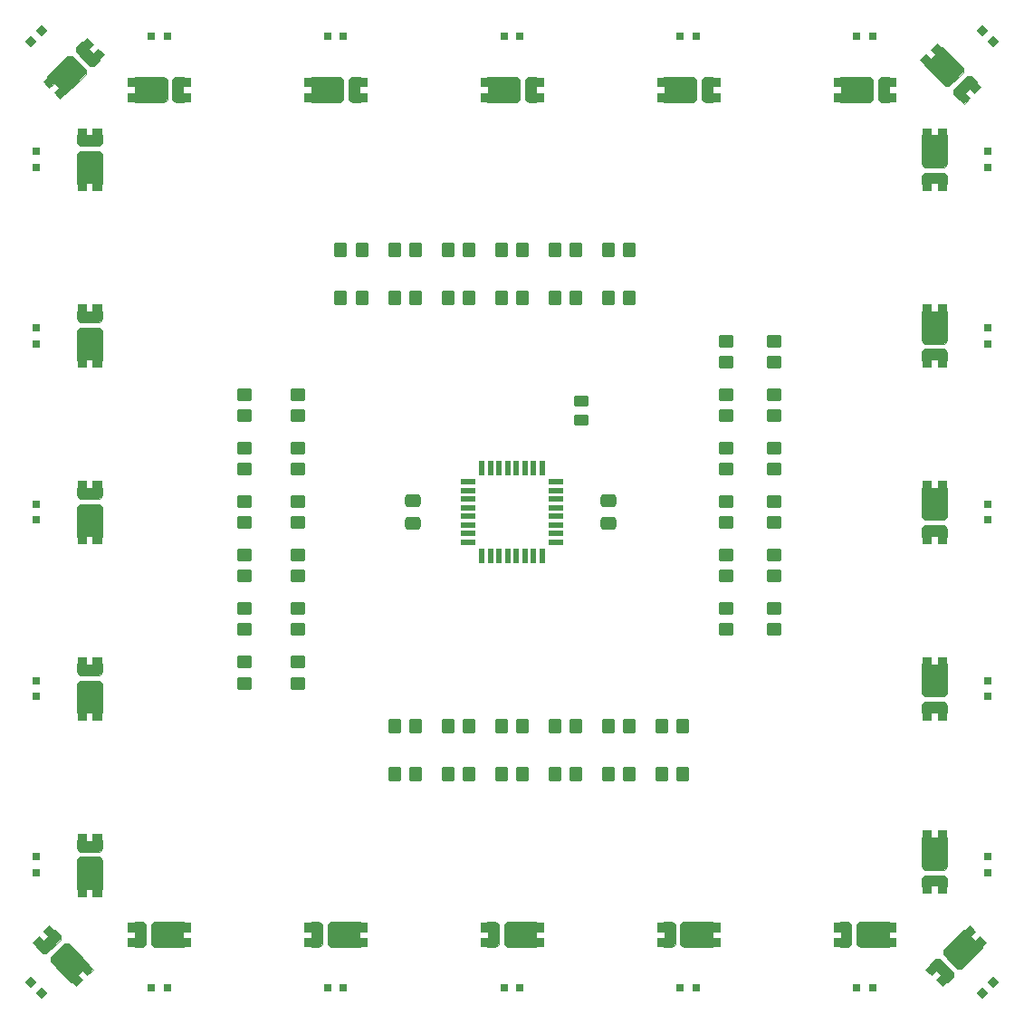
<source format=gbr>
%TF.GenerationSoftware,KiCad,Pcbnew,(6.0.9)*%
%TF.CreationDate,2023-04-03T18:36:50+10:00*%
%TF.ProjectId,Chi Chi - GV2,43686920-4368-4692-902d-204756322e6b,rev?*%
%TF.SameCoordinates,Original*%
%TF.FileFunction,Paste,Top*%
%TF.FilePolarity,Positive*%
%FSLAX46Y46*%
G04 Gerber Fmt 4.6, Leading zero omitted, Abs format (unit mm)*
G04 Created by KiCad (PCBNEW (6.0.9)) date 2023-04-03 18:36:50*
%MOMM*%
%LPD*%
G01*
G04 APERTURE LIST*
G04 Aperture macros list*
%AMRoundRect*
0 Rectangle with rounded corners*
0 $1 Rounding radius*
0 $2 $3 $4 $5 $6 $7 $8 $9 X,Y pos of 4 corners*
0 Add a 4 corners polygon primitive as box body*
4,1,4,$2,$3,$4,$5,$6,$7,$8,$9,$2,$3,0*
0 Add four circle primitives for the rounded corners*
1,1,$1+$1,$2,$3*
1,1,$1+$1,$4,$5*
1,1,$1+$1,$6,$7*
1,1,$1+$1,$8,$9*
0 Add four rect primitives between the rounded corners*
20,1,$1+$1,$2,$3,$4,$5,0*
20,1,$1+$1,$4,$5,$6,$7,0*
20,1,$1+$1,$6,$7,$8,$9,0*
20,1,$1+$1,$8,$9,$2,$3,0*%
%AMRotRect*
0 Rectangle, with rotation*
0 The origin of the aperture is its center*
0 $1 length*
0 $2 width*
0 $3 Rotation angle, in degrees counterclockwise*
0 Add horizontal line*
21,1,$1,$2,0,0,$3*%
G04 Aperture macros list end*
%ADD10C,0.001000*%
%ADD11RoundRect,0.250000X0.350000X0.450000X-0.350000X0.450000X-0.350000X-0.450000X0.350000X-0.450000X0*%
%ADD12RotRect,0.800000X0.800000X315.000000*%
%ADD13RoundRect,0.250000X0.450000X-0.350000X0.450000X0.350000X-0.450000X0.350000X-0.450000X-0.350000X0*%
%ADD14RoundRect,0.250000X-0.350000X-0.450000X0.350000X-0.450000X0.350000X0.450000X-0.350000X0.450000X0*%
%ADD15R,0.800000X0.800000*%
%ADD16RoundRect,0.250000X0.475000X-0.337500X0.475000X0.337500X-0.475000X0.337500X-0.475000X-0.337500X0*%
%ADD17RoundRect,0.250000X-0.450000X0.350000X-0.450000X-0.350000X0.450000X-0.350000X0.450000X0.350000X0*%
%ADD18RotRect,0.800000X0.800000X225.000000*%
%ADD19R,1.462000X0.507200*%
%ADD20R,0.507200X1.462000*%
%ADD21RoundRect,0.250000X-0.475000X0.337500X-0.475000X-0.337500X0.475000X-0.337500X0.475000X0.337500X0*%
%ADD22RoundRect,0.250000X0.450000X-0.262500X0.450000X0.262500X-0.450000X0.262500X-0.450000X-0.262500X0*%
%ADD23RotRect,0.800000X0.800000X45.000000*%
%ADD24RotRect,0.800000X0.800000X135.000000*%
G04 APERTURE END LIST*
%TO.C,D7*%
G36*
X213946589Y-183749533D02*
G01*
X213953661Y-183898026D01*
X214328427Y-184272792D01*
X213762742Y-184838478D01*
X213310193Y-184385929D01*
X212885929Y-184810193D01*
X213338478Y-185262742D01*
X212772792Y-185828427D01*
X212398026Y-185453661D01*
X212249533Y-185446589D01*
X210326203Y-183523259D01*
X210326203Y-183113137D01*
X211613137Y-181826203D01*
X212023259Y-181826203D01*
X213946589Y-183749533D01*
G37*
D10*
X213946589Y-183749533D02*
X213953661Y-183898026D01*
X214328427Y-184272792D01*
X213762742Y-184838478D01*
X213310193Y-184385929D01*
X212885929Y-184810193D01*
X213338478Y-185262742D01*
X212772792Y-185828427D01*
X212398026Y-185453661D01*
X212249533Y-185446589D01*
X210326203Y-183523259D01*
X210326203Y-183113137D01*
X211613137Y-181826203D01*
X212023259Y-181826203D01*
X213946589Y-183749533D01*
G36*
X210601974Y-180546339D02*
G01*
X210750467Y-180553411D01*
X211259584Y-181062527D01*
X211259584Y-181472649D01*
X209972649Y-182759584D01*
X209562527Y-182759584D01*
X209053411Y-182250467D01*
X209046339Y-182101974D01*
X208671573Y-181727208D01*
X209237258Y-181161522D01*
X209689807Y-181614071D01*
X210114071Y-181189807D01*
X209661522Y-180737258D01*
X210227208Y-180171573D01*
X210601974Y-180546339D01*
G37*
X210601974Y-180546339D02*
X210750467Y-180553411D01*
X211259584Y-181062527D01*
X211259584Y-181472649D01*
X209972649Y-182759584D01*
X209562527Y-182759584D01*
X209053411Y-182250467D01*
X209046339Y-182101974D01*
X208671573Y-181727208D01*
X209237258Y-181161522D01*
X209689807Y-181614071D01*
X210114071Y-181189807D01*
X209661522Y-180737258D01*
X210227208Y-180171573D01*
X210601974Y-180546339D01*
G36*
X210601974Y-180546339D02*
G01*
X210750467Y-180553411D01*
X211259584Y-181062527D01*
X211259584Y-181472649D01*
X209972649Y-182759584D01*
X209562527Y-182759584D01*
X209053411Y-182250467D01*
X209046339Y-182101974D01*
X208671573Y-181727208D01*
X209237258Y-181161522D01*
X209689807Y-181614071D01*
X210114071Y-181189807D01*
X209661522Y-180737258D01*
X210227208Y-180171573D01*
X210601974Y-180546339D01*
G37*
X210601974Y-180546339D02*
X210750467Y-180553411D01*
X211259584Y-181062527D01*
X211259584Y-181472649D01*
X209972649Y-182759584D01*
X209562527Y-182759584D01*
X209053411Y-182250467D01*
X209046339Y-182101974D01*
X208671573Y-181727208D01*
X209237258Y-181161522D01*
X209689807Y-181614071D01*
X210114071Y-181189807D01*
X209661522Y-180737258D01*
X210227208Y-180171573D01*
X210601974Y-180546339D01*
G36*
X213946589Y-183749533D02*
G01*
X213953661Y-183898026D01*
X214328427Y-184272792D01*
X213762742Y-184838478D01*
X213310193Y-184385929D01*
X212885929Y-184810193D01*
X213338478Y-185262742D01*
X212772792Y-185828427D01*
X212398026Y-185453661D01*
X212249533Y-185446589D01*
X210326203Y-183523259D01*
X210326203Y-183113137D01*
X211613137Y-181826203D01*
X212023259Y-181826203D01*
X213946589Y-183749533D01*
G37*
X213946589Y-183749533D02*
X213953661Y-183898026D01*
X214328427Y-184272792D01*
X213762742Y-184838478D01*
X213310193Y-184385929D01*
X212885929Y-184810193D01*
X213338478Y-185262742D01*
X212772792Y-185828427D01*
X212398026Y-185453661D01*
X212249533Y-185446589D01*
X210326203Y-183523259D01*
X210326203Y-183113137D01*
X211613137Y-181826203D01*
X212023259Y-181826203D01*
X213946589Y-183749533D01*
%TO.C,D20*%
G36*
X292700000Y-106240000D02*
G01*
X293300000Y-106240000D01*
X293300000Y-105600000D01*
X294100000Y-105600000D01*
X294100000Y-106130000D01*
X294200000Y-106240000D01*
X294200000Y-108960000D01*
X293910000Y-109250000D01*
X292090000Y-109250000D01*
X291800000Y-108960000D01*
X291800000Y-106240000D01*
X291900000Y-106130000D01*
X291900000Y-105600000D01*
X292700000Y-105600000D01*
X292700000Y-106240000D01*
G37*
X292700000Y-106240000D02*
X293300000Y-106240000D01*
X293300000Y-105600000D01*
X294100000Y-105600000D01*
X294100000Y-106130000D01*
X294200000Y-106240000D01*
X294200000Y-108960000D01*
X293910000Y-109250000D01*
X292090000Y-109250000D01*
X291800000Y-108960000D01*
X291800000Y-106240000D01*
X291900000Y-106130000D01*
X291900000Y-105600000D01*
X292700000Y-105600000D01*
X292700000Y-106240000D01*
G36*
X294200000Y-110040000D02*
G01*
X294200000Y-110760000D01*
X294100000Y-110870000D01*
X294100000Y-111400000D01*
X293300000Y-111400000D01*
X293300000Y-110760000D01*
X292700000Y-110760000D01*
X292700000Y-111400000D01*
X291900000Y-111400000D01*
X291900000Y-110870000D01*
X291800000Y-110760000D01*
X291800000Y-110040000D01*
X292090000Y-109750000D01*
X293910000Y-109750000D01*
X294200000Y-110040000D01*
G37*
X294200000Y-110040000D02*
X294200000Y-110760000D01*
X294100000Y-110870000D01*
X294100000Y-111400000D01*
X293300000Y-111400000D01*
X293300000Y-110760000D01*
X292700000Y-110760000D01*
X292700000Y-111400000D01*
X291900000Y-111400000D01*
X291900000Y-110870000D01*
X291800000Y-110760000D01*
X291800000Y-110040000D01*
X292090000Y-109750000D01*
X293910000Y-109750000D01*
X294200000Y-110040000D01*
G36*
X292700000Y-106240000D02*
G01*
X293300000Y-106240000D01*
X293300000Y-105600000D01*
X294100000Y-105600000D01*
X294100000Y-106130000D01*
X294200000Y-106240000D01*
X294200000Y-108960000D01*
X293910000Y-109250000D01*
X292090000Y-109250000D01*
X291800000Y-108960000D01*
X291800000Y-106240000D01*
X291900000Y-106130000D01*
X291900000Y-105600000D01*
X292700000Y-105600000D01*
X292700000Y-106240000D01*
G37*
X292700000Y-106240000D02*
X293300000Y-106240000D01*
X293300000Y-105600000D01*
X294100000Y-105600000D01*
X294100000Y-106130000D01*
X294200000Y-106240000D01*
X294200000Y-108960000D01*
X293910000Y-109250000D01*
X292090000Y-109250000D01*
X291800000Y-108960000D01*
X291800000Y-106240000D01*
X291900000Y-106130000D01*
X291900000Y-105600000D01*
X292700000Y-105600000D01*
X292700000Y-106240000D01*
G36*
X294200000Y-110040000D02*
G01*
X294200000Y-110760000D01*
X294100000Y-110870000D01*
X294100000Y-111400000D01*
X293300000Y-111400000D01*
X293300000Y-110760000D01*
X292700000Y-110760000D01*
X292700000Y-111400000D01*
X291900000Y-111400000D01*
X291900000Y-110870000D01*
X291800000Y-110760000D01*
X291800000Y-110040000D01*
X292090000Y-109750000D01*
X293910000Y-109750000D01*
X294200000Y-110040000D01*
G37*
X294200000Y-110040000D02*
X294200000Y-110760000D01*
X294100000Y-110870000D01*
X294100000Y-111400000D01*
X293300000Y-111400000D01*
X293300000Y-110760000D01*
X292700000Y-110760000D01*
X292700000Y-111400000D01*
X291900000Y-111400000D01*
X291900000Y-110870000D01*
X291800000Y-110760000D01*
X291800000Y-110040000D01*
X292090000Y-109750000D01*
X293910000Y-109750000D01*
X294200000Y-110040000D01*
%TO.C,D17*%
G36*
X272370000Y-100900000D02*
G01*
X272900000Y-100900000D01*
X272900000Y-101700000D01*
X272260000Y-101700000D01*
X272260000Y-102300000D01*
X272900000Y-102300000D01*
X272900000Y-103100000D01*
X272370000Y-103100000D01*
X272260000Y-103200000D01*
X271540000Y-103200000D01*
X271250000Y-102910000D01*
X271250000Y-101090000D01*
X271540000Y-100800000D01*
X272260000Y-100800000D01*
X272370000Y-100900000D01*
G37*
X272370000Y-100900000D02*
X272900000Y-100900000D01*
X272900000Y-101700000D01*
X272260000Y-101700000D01*
X272260000Y-102300000D01*
X272900000Y-102300000D01*
X272900000Y-103100000D01*
X272370000Y-103100000D01*
X272260000Y-103200000D01*
X271540000Y-103200000D01*
X271250000Y-102910000D01*
X271250000Y-101090000D01*
X271540000Y-100800000D01*
X272260000Y-100800000D01*
X272370000Y-100900000D01*
G36*
X270750000Y-101090000D02*
G01*
X270750000Y-102910000D01*
X270460000Y-103200000D01*
X267740000Y-103200000D01*
X267630000Y-103100000D01*
X267100000Y-103100000D01*
X267100000Y-102300000D01*
X267740000Y-102300000D01*
X267740000Y-101700000D01*
X267100000Y-101700000D01*
X267100000Y-100900000D01*
X267630000Y-100900000D01*
X267740000Y-100800000D01*
X270460000Y-100800000D01*
X270750000Y-101090000D01*
G37*
X270750000Y-101090000D02*
X270750000Y-102910000D01*
X270460000Y-103200000D01*
X267740000Y-103200000D01*
X267630000Y-103100000D01*
X267100000Y-103100000D01*
X267100000Y-102300000D01*
X267740000Y-102300000D01*
X267740000Y-101700000D01*
X267100000Y-101700000D01*
X267100000Y-100900000D01*
X267630000Y-100900000D01*
X267740000Y-100800000D01*
X270460000Y-100800000D01*
X270750000Y-101090000D01*
G36*
X272370000Y-100900000D02*
G01*
X272900000Y-100900000D01*
X272900000Y-101700000D01*
X272260000Y-101700000D01*
X272260000Y-102300000D01*
X272900000Y-102300000D01*
X272900000Y-103100000D01*
X272370000Y-103100000D01*
X272260000Y-103200000D01*
X271540000Y-103200000D01*
X271250000Y-102910000D01*
X271250000Y-101090000D01*
X271540000Y-100800000D01*
X272260000Y-100800000D01*
X272370000Y-100900000D01*
G37*
X272370000Y-100900000D02*
X272900000Y-100900000D01*
X272900000Y-101700000D01*
X272260000Y-101700000D01*
X272260000Y-102300000D01*
X272900000Y-102300000D01*
X272900000Y-103100000D01*
X272370000Y-103100000D01*
X272260000Y-103200000D01*
X271540000Y-103200000D01*
X271250000Y-102910000D01*
X271250000Y-101090000D01*
X271540000Y-100800000D01*
X272260000Y-100800000D01*
X272370000Y-100900000D01*
G36*
X270750000Y-101090000D02*
G01*
X270750000Y-102910000D01*
X270460000Y-103200000D01*
X267740000Y-103200000D01*
X267630000Y-103100000D01*
X267100000Y-103100000D01*
X267100000Y-102300000D01*
X267740000Y-102300000D01*
X267740000Y-101700000D01*
X267100000Y-101700000D01*
X267100000Y-100900000D01*
X267630000Y-100900000D01*
X267740000Y-100800000D01*
X270460000Y-100800000D01*
X270750000Y-101090000D01*
G37*
X270750000Y-101090000D02*
X270750000Y-102910000D01*
X270460000Y-103200000D01*
X267740000Y-103200000D01*
X267630000Y-103100000D01*
X267100000Y-103100000D01*
X267100000Y-102300000D01*
X267740000Y-102300000D01*
X267740000Y-101700000D01*
X267100000Y-101700000D01*
X267100000Y-100900000D01*
X267630000Y-100900000D01*
X267740000Y-100800000D01*
X270460000Y-100800000D01*
X270750000Y-101090000D01*
%TO.C,D4*%
G36*
X252250000Y-180090000D02*
G01*
X252250000Y-181910000D01*
X251960000Y-182200000D01*
X251240000Y-182200000D01*
X251130000Y-182100000D01*
X250600000Y-182100000D01*
X250600000Y-181300000D01*
X251240000Y-181300000D01*
X251240000Y-180700000D01*
X250600000Y-180700000D01*
X250600000Y-179900000D01*
X251130000Y-179900000D01*
X251240000Y-179800000D01*
X251960000Y-179800000D01*
X252250000Y-180090000D01*
G37*
X252250000Y-180090000D02*
X252250000Y-181910000D01*
X251960000Y-182200000D01*
X251240000Y-182200000D01*
X251130000Y-182100000D01*
X250600000Y-182100000D01*
X250600000Y-181300000D01*
X251240000Y-181300000D01*
X251240000Y-180700000D01*
X250600000Y-180700000D01*
X250600000Y-179900000D01*
X251130000Y-179900000D01*
X251240000Y-179800000D01*
X251960000Y-179800000D01*
X252250000Y-180090000D01*
G36*
X255870000Y-179900000D02*
G01*
X256400000Y-179900000D01*
X256400000Y-180700000D01*
X255760000Y-180700000D01*
X255760000Y-181300000D01*
X256400000Y-181300000D01*
X256400000Y-182100000D01*
X255870000Y-182100000D01*
X255760000Y-182200000D01*
X253040000Y-182200000D01*
X252750000Y-181910000D01*
X252750000Y-180090000D01*
X253040000Y-179800000D01*
X255760000Y-179800000D01*
X255870000Y-179900000D01*
G37*
X255870000Y-179900000D02*
X256400000Y-179900000D01*
X256400000Y-180700000D01*
X255760000Y-180700000D01*
X255760000Y-181300000D01*
X256400000Y-181300000D01*
X256400000Y-182100000D01*
X255870000Y-182100000D01*
X255760000Y-182200000D01*
X253040000Y-182200000D01*
X252750000Y-181910000D01*
X252750000Y-180090000D01*
X253040000Y-179800000D01*
X255760000Y-179800000D01*
X255870000Y-179900000D01*
G36*
X255870000Y-179900000D02*
G01*
X256400000Y-179900000D01*
X256400000Y-180700000D01*
X255760000Y-180700000D01*
X255760000Y-181300000D01*
X256400000Y-181300000D01*
X256400000Y-182100000D01*
X255870000Y-182100000D01*
X255760000Y-182200000D01*
X253040000Y-182200000D01*
X252750000Y-181910000D01*
X252750000Y-180090000D01*
X253040000Y-179800000D01*
X255760000Y-179800000D01*
X255870000Y-179900000D01*
G37*
X255870000Y-179900000D02*
X256400000Y-179900000D01*
X256400000Y-180700000D01*
X255760000Y-180700000D01*
X255760000Y-181300000D01*
X256400000Y-181300000D01*
X256400000Y-182100000D01*
X255870000Y-182100000D01*
X255760000Y-182200000D01*
X253040000Y-182200000D01*
X252750000Y-181910000D01*
X252750000Y-180090000D01*
X253040000Y-179800000D01*
X255760000Y-179800000D01*
X255870000Y-179900000D01*
G36*
X252250000Y-180090000D02*
G01*
X252250000Y-181910000D01*
X251960000Y-182200000D01*
X251240000Y-182200000D01*
X251130000Y-182100000D01*
X250600000Y-182100000D01*
X250600000Y-181300000D01*
X251240000Y-181300000D01*
X251240000Y-180700000D01*
X250600000Y-180700000D01*
X250600000Y-179900000D01*
X251130000Y-179900000D01*
X251240000Y-179800000D01*
X251960000Y-179800000D01*
X252250000Y-180090000D01*
G37*
X252250000Y-180090000D02*
X252250000Y-181910000D01*
X251960000Y-182200000D01*
X251240000Y-182200000D01*
X251130000Y-182100000D01*
X250600000Y-182100000D01*
X250600000Y-181300000D01*
X251240000Y-181300000D01*
X251240000Y-180700000D01*
X250600000Y-180700000D01*
X250600000Y-179900000D01*
X251130000Y-179900000D01*
X251240000Y-179800000D01*
X251960000Y-179800000D01*
X252250000Y-180090000D01*
%TO.C,D13*%
G36*
X213673797Y-100113137D02*
G01*
X213673797Y-100523259D01*
X211750467Y-102446589D01*
X211601974Y-102453661D01*
X211227208Y-102828427D01*
X210661522Y-102262742D01*
X211114071Y-101810193D01*
X210689807Y-101385929D01*
X210237258Y-101838478D01*
X209671573Y-101272792D01*
X210046339Y-100898026D01*
X210053411Y-100749533D01*
X211976741Y-98826203D01*
X212386863Y-98826203D01*
X213673797Y-100113137D01*
G37*
X213673797Y-100113137D02*
X213673797Y-100523259D01*
X211750467Y-102446589D01*
X211601974Y-102453661D01*
X211227208Y-102828427D01*
X210661522Y-102262742D01*
X211114071Y-101810193D01*
X210689807Y-101385929D01*
X210237258Y-101838478D01*
X209671573Y-101272792D01*
X210046339Y-100898026D01*
X210053411Y-100749533D01*
X211976741Y-98826203D01*
X212386863Y-98826203D01*
X213673797Y-100113137D01*
G36*
X214338478Y-97737258D02*
G01*
X213885929Y-98189807D01*
X214310193Y-98614071D01*
X214762742Y-98161522D01*
X215328427Y-98727208D01*
X214953661Y-99101974D01*
X214946589Y-99250467D01*
X214437473Y-99759584D01*
X214027351Y-99759584D01*
X212740416Y-98472649D01*
X212740416Y-98062527D01*
X213249533Y-97553411D01*
X213398026Y-97546339D01*
X213772792Y-97171573D01*
X214338478Y-97737258D01*
G37*
X214338478Y-97737258D02*
X213885929Y-98189807D01*
X214310193Y-98614071D01*
X214762742Y-98161522D01*
X215328427Y-98727208D01*
X214953661Y-99101974D01*
X214946589Y-99250467D01*
X214437473Y-99759584D01*
X214027351Y-99759584D01*
X212740416Y-98472649D01*
X212740416Y-98062527D01*
X213249533Y-97553411D01*
X213398026Y-97546339D01*
X213772792Y-97171573D01*
X214338478Y-97737258D01*
G36*
X214338478Y-97737258D02*
G01*
X213885929Y-98189807D01*
X214310193Y-98614071D01*
X214762742Y-98161522D01*
X215328427Y-98727208D01*
X214953661Y-99101974D01*
X214946589Y-99250467D01*
X214437473Y-99759584D01*
X214027351Y-99759584D01*
X212740416Y-98472649D01*
X212740416Y-98062527D01*
X213249533Y-97553411D01*
X213398026Y-97546339D01*
X213772792Y-97171573D01*
X214338478Y-97737258D01*
G37*
X214338478Y-97737258D02*
X213885929Y-98189807D01*
X214310193Y-98614071D01*
X214762742Y-98161522D01*
X215328427Y-98727208D01*
X214953661Y-99101974D01*
X214946589Y-99250467D01*
X214437473Y-99759584D01*
X214027351Y-99759584D01*
X212740416Y-98472649D01*
X212740416Y-98062527D01*
X213249533Y-97553411D01*
X213398026Y-97546339D01*
X213772792Y-97171573D01*
X214338478Y-97737258D01*
G36*
X213673797Y-100113137D02*
G01*
X213673797Y-100523259D01*
X211750467Y-102446589D01*
X211601974Y-102453661D01*
X211227208Y-102828427D01*
X210661522Y-102262742D01*
X211114071Y-101810193D01*
X210689807Y-101385929D01*
X210237258Y-101838478D01*
X209671573Y-101272792D01*
X210046339Y-100898026D01*
X210053411Y-100749533D01*
X211976741Y-98826203D01*
X212386863Y-98826203D01*
X213673797Y-100113137D01*
G37*
X213673797Y-100113137D02*
X213673797Y-100523259D01*
X211750467Y-102446589D01*
X211601974Y-102453661D01*
X211227208Y-102828427D01*
X210661522Y-102262742D01*
X211114071Y-101810193D01*
X210689807Y-101385929D01*
X210237258Y-101838478D01*
X209671573Y-101272792D01*
X210046339Y-100898026D01*
X210053411Y-100749533D01*
X211976741Y-98826203D01*
X212386863Y-98826203D01*
X213673797Y-100113137D01*
%TO.C,D9*%
G36*
X215200000Y-157540000D02*
G01*
X215200000Y-160260000D01*
X215100000Y-160370000D01*
X215100000Y-160900000D01*
X214300000Y-160900000D01*
X214300000Y-160260000D01*
X213700000Y-160260000D01*
X213700000Y-160900000D01*
X212900000Y-160900000D01*
X212900000Y-160370000D01*
X212800000Y-160260000D01*
X212800000Y-157540000D01*
X213090000Y-157250000D01*
X214910000Y-157250000D01*
X215200000Y-157540000D01*
G37*
X215200000Y-157540000D02*
X215200000Y-160260000D01*
X215100000Y-160370000D01*
X215100000Y-160900000D01*
X214300000Y-160900000D01*
X214300000Y-160260000D01*
X213700000Y-160260000D01*
X213700000Y-160900000D01*
X212900000Y-160900000D01*
X212900000Y-160370000D01*
X212800000Y-160260000D01*
X212800000Y-157540000D01*
X213090000Y-157250000D01*
X214910000Y-157250000D01*
X215200000Y-157540000D01*
G36*
X213700000Y-155740000D02*
G01*
X214300000Y-155740000D01*
X214300000Y-155100000D01*
X215100000Y-155100000D01*
X215100000Y-155630000D01*
X215200000Y-155740000D01*
X215200000Y-156460000D01*
X214910000Y-156750000D01*
X213090000Y-156750000D01*
X212800000Y-156460000D01*
X212800000Y-155740000D01*
X212900000Y-155630000D01*
X212900000Y-155100000D01*
X213700000Y-155100000D01*
X213700000Y-155740000D01*
G37*
X213700000Y-155740000D02*
X214300000Y-155740000D01*
X214300000Y-155100000D01*
X215100000Y-155100000D01*
X215100000Y-155630000D01*
X215200000Y-155740000D01*
X215200000Y-156460000D01*
X214910000Y-156750000D01*
X213090000Y-156750000D01*
X212800000Y-156460000D01*
X212800000Y-155740000D01*
X212900000Y-155630000D01*
X212900000Y-155100000D01*
X213700000Y-155100000D01*
X213700000Y-155740000D01*
G36*
X215200000Y-157540000D02*
G01*
X215200000Y-160260000D01*
X215100000Y-160370000D01*
X215100000Y-160900000D01*
X214300000Y-160900000D01*
X214300000Y-160260000D01*
X213700000Y-160260000D01*
X213700000Y-160900000D01*
X212900000Y-160900000D01*
X212900000Y-160370000D01*
X212800000Y-160260000D01*
X212800000Y-157540000D01*
X213090000Y-157250000D01*
X214910000Y-157250000D01*
X215200000Y-157540000D01*
G37*
X215200000Y-157540000D02*
X215200000Y-160260000D01*
X215100000Y-160370000D01*
X215100000Y-160900000D01*
X214300000Y-160900000D01*
X214300000Y-160260000D01*
X213700000Y-160260000D01*
X213700000Y-160900000D01*
X212900000Y-160900000D01*
X212900000Y-160370000D01*
X212800000Y-160260000D01*
X212800000Y-157540000D01*
X213090000Y-157250000D01*
X214910000Y-157250000D01*
X215200000Y-157540000D01*
G36*
X213700000Y-155740000D02*
G01*
X214300000Y-155740000D01*
X214300000Y-155100000D01*
X215100000Y-155100000D01*
X215100000Y-155630000D01*
X215200000Y-155740000D01*
X215200000Y-156460000D01*
X214910000Y-156750000D01*
X213090000Y-156750000D01*
X212800000Y-156460000D01*
X212800000Y-155740000D01*
X212900000Y-155630000D01*
X212900000Y-155100000D01*
X213700000Y-155100000D01*
X213700000Y-155740000D01*
G37*
X213700000Y-155740000D02*
X214300000Y-155740000D01*
X214300000Y-155100000D01*
X215100000Y-155100000D01*
X215100000Y-155630000D01*
X215200000Y-155740000D01*
X215200000Y-156460000D01*
X214910000Y-156750000D01*
X213090000Y-156750000D01*
X212800000Y-156460000D01*
X212800000Y-155740000D01*
X212900000Y-155630000D01*
X212900000Y-155100000D01*
X213700000Y-155100000D01*
X213700000Y-155740000D01*
%TO.C,D24*%
G36*
X294200000Y-175740000D02*
G01*
X294200000Y-176460000D01*
X294100000Y-176570000D01*
X294100000Y-177100000D01*
X293300000Y-177100000D01*
X293300000Y-176460000D01*
X292700000Y-176460000D01*
X292700000Y-177100000D01*
X291900000Y-177100000D01*
X291900000Y-176570000D01*
X291800000Y-176460000D01*
X291800000Y-175740000D01*
X292090000Y-175450000D01*
X293910000Y-175450000D01*
X294200000Y-175740000D01*
G37*
X294200000Y-175740000D02*
X294200000Y-176460000D01*
X294100000Y-176570000D01*
X294100000Y-177100000D01*
X293300000Y-177100000D01*
X293300000Y-176460000D01*
X292700000Y-176460000D01*
X292700000Y-177100000D01*
X291900000Y-177100000D01*
X291900000Y-176570000D01*
X291800000Y-176460000D01*
X291800000Y-175740000D01*
X292090000Y-175450000D01*
X293910000Y-175450000D01*
X294200000Y-175740000D01*
G36*
X292700000Y-171940000D02*
G01*
X293300000Y-171940000D01*
X293300000Y-171300000D01*
X294100000Y-171300000D01*
X294100000Y-171830000D01*
X294200000Y-171940000D01*
X294200000Y-174660000D01*
X293910000Y-174950000D01*
X292090000Y-174950000D01*
X291800000Y-174660000D01*
X291800000Y-171940000D01*
X291900000Y-171830000D01*
X291900000Y-171300000D01*
X292700000Y-171300000D01*
X292700000Y-171940000D01*
G37*
X292700000Y-171940000D02*
X293300000Y-171940000D01*
X293300000Y-171300000D01*
X294100000Y-171300000D01*
X294100000Y-171830000D01*
X294200000Y-171940000D01*
X294200000Y-174660000D01*
X293910000Y-174950000D01*
X292090000Y-174950000D01*
X291800000Y-174660000D01*
X291800000Y-171940000D01*
X291900000Y-171830000D01*
X291900000Y-171300000D01*
X292700000Y-171300000D01*
X292700000Y-171940000D01*
G36*
X294200000Y-175740000D02*
G01*
X294200000Y-176460000D01*
X294100000Y-176570000D01*
X294100000Y-177100000D01*
X293300000Y-177100000D01*
X293300000Y-176460000D01*
X292700000Y-176460000D01*
X292700000Y-177100000D01*
X291900000Y-177100000D01*
X291900000Y-176570000D01*
X291800000Y-176460000D01*
X291800000Y-175740000D01*
X292090000Y-175450000D01*
X293910000Y-175450000D01*
X294200000Y-175740000D01*
G37*
X294200000Y-175740000D02*
X294200000Y-176460000D01*
X294100000Y-176570000D01*
X294100000Y-177100000D01*
X293300000Y-177100000D01*
X293300000Y-176460000D01*
X292700000Y-176460000D01*
X292700000Y-177100000D01*
X291900000Y-177100000D01*
X291900000Y-176570000D01*
X291800000Y-176460000D01*
X291800000Y-175740000D01*
X292090000Y-175450000D01*
X293910000Y-175450000D01*
X294200000Y-175740000D01*
G36*
X292700000Y-171940000D02*
G01*
X293300000Y-171940000D01*
X293300000Y-171300000D01*
X294100000Y-171300000D01*
X294100000Y-171830000D01*
X294200000Y-171940000D01*
X294200000Y-174660000D01*
X293910000Y-174950000D01*
X292090000Y-174950000D01*
X291800000Y-174660000D01*
X291800000Y-171940000D01*
X291900000Y-171830000D01*
X291900000Y-171300000D01*
X292700000Y-171300000D01*
X292700000Y-171940000D01*
G37*
X292700000Y-171940000D02*
X293300000Y-171940000D01*
X293300000Y-171300000D01*
X294100000Y-171300000D01*
X294100000Y-171830000D01*
X294200000Y-171940000D01*
X294200000Y-174660000D01*
X293910000Y-174950000D01*
X292090000Y-174950000D01*
X291800000Y-174660000D01*
X291800000Y-171940000D01*
X291900000Y-171830000D01*
X291900000Y-171300000D01*
X292700000Y-171300000D01*
X292700000Y-171940000D01*
%TO.C,D12*%
G36*
X213700000Y-106240000D02*
G01*
X214300000Y-106240000D01*
X214300000Y-105600000D01*
X215100000Y-105600000D01*
X215100000Y-106130000D01*
X215200000Y-106240000D01*
X215200000Y-106960000D01*
X214910000Y-107250000D01*
X213090000Y-107250000D01*
X212800000Y-106960000D01*
X212800000Y-106240000D01*
X212900000Y-106130000D01*
X212900000Y-105600000D01*
X213700000Y-105600000D01*
X213700000Y-106240000D01*
G37*
X213700000Y-106240000D02*
X214300000Y-106240000D01*
X214300000Y-105600000D01*
X215100000Y-105600000D01*
X215100000Y-106130000D01*
X215200000Y-106240000D01*
X215200000Y-106960000D01*
X214910000Y-107250000D01*
X213090000Y-107250000D01*
X212800000Y-106960000D01*
X212800000Y-106240000D01*
X212900000Y-106130000D01*
X212900000Y-105600000D01*
X213700000Y-105600000D01*
X213700000Y-106240000D01*
G36*
X215200000Y-108040000D02*
G01*
X215200000Y-110760000D01*
X215100000Y-110870000D01*
X215100000Y-111400000D01*
X214300000Y-111400000D01*
X214300000Y-110760000D01*
X213700000Y-110760000D01*
X213700000Y-111400000D01*
X212900000Y-111400000D01*
X212900000Y-110870000D01*
X212800000Y-110760000D01*
X212800000Y-108040000D01*
X213090000Y-107750000D01*
X214910000Y-107750000D01*
X215200000Y-108040000D01*
G37*
X215200000Y-108040000D02*
X215200000Y-110760000D01*
X215100000Y-110870000D01*
X215100000Y-111400000D01*
X214300000Y-111400000D01*
X214300000Y-110760000D01*
X213700000Y-110760000D01*
X213700000Y-111400000D01*
X212900000Y-111400000D01*
X212900000Y-110870000D01*
X212800000Y-110760000D01*
X212800000Y-108040000D01*
X213090000Y-107750000D01*
X214910000Y-107750000D01*
X215200000Y-108040000D01*
G36*
X213700000Y-106240000D02*
G01*
X214300000Y-106240000D01*
X214300000Y-105600000D01*
X215100000Y-105600000D01*
X215100000Y-106130000D01*
X215200000Y-106240000D01*
X215200000Y-106960000D01*
X214910000Y-107250000D01*
X213090000Y-107250000D01*
X212800000Y-106960000D01*
X212800000Y-106240000D01*
X212900000Y-106130000D01*
X212900000Y-105600000D01*
X213700000Y-105600000D01*
X213700000Y-106240000D01*
G37*
X213700000Y-106240000D02*
X214300000Y-106240000D01*
X214300000Y-105600000D01*
X215100000Y-105600000D01*
X215100000Y-106130000D01*
X215200000Y-106240000D01*
X215200000Y-106960000D01*
X214910000Y-107250000D01*
X213090000Y-107250000D01*
X212800000Y-106960000D01*
X212800000Y-106240000D01*
X212900000Y-106130000D01*
X212900000Y-105600000D01*
X213700000Y-105600000D01*
X213700000Y-106240000D01*
G36*
X215200000Y-108040000D02*
G01*
X215200000Y-110760000D01*
X215100000Y-110870000D01*
X215100000Y-111400000D01*
X214300000Y-111400000D01*
X214300000Y-110760000D01*
X213700000Y-110760000D01*
X213700000Y-111400000D01*
X212900000Y-111400000D01*
X212900000Y-110870000D01*
X212800000Y-110760000D01*
X212800000Y-108040000D01*
X213090000Y-107750000D01*
X214910000Y-107750000D01*
X215200000Y-108040000D01*
G37*
X215200000Y-108040000D02*
X215200000Y-110760000D01*
X215100000Y-110870000D01*
X215100000Y-111400000D01*
X214300000Y-111400000D01*
X214300000Y-110760000D01*
X213700000Y-110760000D01*
X213700000Y-111400000D01*
X212900000Y-111400000D01*
X212900000Y-110870000D01*
X212800000Y-110760000D01*
X212800000Y-108040000D01*
X213090000Y-107750000D01*
X214910000Y-107750000D01*
X215200000Y-108040000D01*
%TO.C,D15*%
G36*
X239370000Y-100900000D02*
G01*
X239900000Y-100900000D01*
X239900000Y-101700000D01*
X239260000Y-101700000D01*
X239260000Y-102300000D01*
X239900000Y-102300000D01*
X239900000Y-103100000D01*
X239370000Y-103100000D01*
X239260000Y-103200000D01*
X238540000Y-103200000D01*
X238250000Y-102910000D01*
X238250000Y-101090000D01*
X238540000Y-100800000D01*
X239260000Y-100800000D01*
X239370000Y-100900000D01*
G37*
X239370000Y-100900000D02*
X239900000Y-100900000D01*
X239900000Y-101700000D01*
X239260000Y-101700000D01*
X239260000Y-102300000D01*
X239900000Y-102300000D01*
X239900000Y-103100000D01*
X239370000Y-103100000D01*
X239260000Y-103200000D01*
X238540000Y-103200000D01*
X238250000Y-102910000D01*
X238250000Y-101090000D01*
X238540000Y-100800000D01*
X239260000Y-100800000D01*
X239370000Y-100900000D01*
G36*
X237750000Y-101090000D02*
G01*
X237750000Y-102910000D01*
X237460000Y-103200000D01*
X234740000Y-103200000D01*
X234630000Y-103100000D01*
X234100000Y-103100000D01*
X234100000Y-102300000D01*
X234740000Y-102300000D01*
X234740000Y-101700000D01*
X234100000Y-101700000D01*
X234100000Y-100900000D01*
X234630000Y-100900000D01*
X234740000Y-100800000D01*
X237460000Y-100800000D01*
X237750000Y-101090000D01*
G37*
X237750000Y-101090000D02*
X237750000Y-102910000D01*
X237460000Y-103200000D01*
X234740000Y-103200000D01*
X234630000Y-103100000D01*
X234100000Y-103100000D01*
X234100000Y-102300000D01*
X234740000Y-102300000D01*
X234740000Y-101700000D01*
X234100000Y-101700000D01*
X234100000Y-100900000D01*
X234630000Y-100900000D01*
X234740000Y-100800000D01*
X237460000Y-100800000D01*
X237750000Y-101090000D01*
G36*
X237750000Y-101090000D02*
G01*
X237750000Y-102910000D01*
X237460000Y-103200000D01*
X234740000Y-103200000D01*
X234630000Y-103100000D01*
X234100000Y-103100000D01*
X234100000Y-102300000D01*
X234740000Y-102300000D01*
X234740000Y-101700000D01*
X234100000Y-101700000D01*
X234100000Y-100900000D01*
X234630000Y-100900000D01*
X234740000Y-100800000D01*
X237460000Y-100800000D01*
X237750000Y-101090000D01*
G37*
X237750000Y-101090000D02*
X237750000Y-102910000D01*
X237460000Y-103200000D01*
X234740000Y-103200000D01*
X234630000Y-103100000D01*
X234100000Y-103100000D01*
X234100000Y-102300000D01*
X234740000Y-102300000D01*
X234740000Y-101700000D01*
X234100000Y-101700000D01*
X234100000Y-100900000D01*
X234630000Y-100900000D01*
X234740000Y-100800000D01*
X237460000Y-100800000D01*
X237750000Y-101090000D01*
G36*
X239370000Y-100900000D02*
G01*
X239900000Y-100900000D01*
X239900000Y-101700000D01*
X239260000Y-101700000D01*
X239260000Y-102300000D01*
X239900000Y-102300000D01*
X239900000Y-103100000D01*
X239370000Y-103100000D01*
X239260000Y-103200000D01*
X238540000Y-103200000D01*
X238250000Y-102910000D01*
X238250000Y-101090000D01*
X238540000Y-100800000D01*
X239260000Y-100800000D01*
X239370000Y-100900000D01*
G37*
X239370000Y-100900000D02*
X239900000Y-100900000D01*
X239900000Y-101700000D01*
X239260000Y-101700000D01*
X239260000Y-102300000D01*
X239900000Y-102300000D01*
X239900000Y-103100000D01*
X239370000Y-103100000D01*
X239260000Y-103200000D01*
X238540000Y-103200000D01*
X238250000Y-102910000D01*
X238250000Y-101090000D01*
X238540000Y-100800000D01*
X239260000Y-100800000D01*
X239370000Y-100900000D01*
%TO.C,D18*%
G36*
X288870000Y-100900000D02*
G01*
X289400000Y-100900000D01*
X289400000Y-101700000D01*
X288760000Y-101700000D01*
X288760000Y-102300000D01*
X289400000Y-102300000D01*
X289400000Y-103100000D01*
X288870000Y-103100000D01*
X288760000Y-103200000D01*
X288040000Y-103200000D01*
X287750000Y-102910000D01*
X287750000Y-101090000D01*
X288040000Y-100800000D01*
X288760000Y-100800000D01*
X288870000Y-100900000D01*
G37*
X288870000Y-100900000D02*
X289400000Y-100900000D01*
X289400000Y-101700000D01*
X288760000Y-101700000D01*
X288760000Y-102300000D01*
X289400000Y-102300000D01*
X289400000Y-103100000D01*
X288870000Y-103100000D01*
X288760000Y-103200000D01*
X288040000Y-103200000D01*
X287750000Y-102910000D01*
X287750000Y-101090000D01*
X288040000Y-100800000D01*
X288760000Y-100800000D01*
X288870000Y-100900000D01*
G36*
X287250000Y-101090000D02*
G01*
X287250000Y-102910000D01*
X286960000Y-103200000D01*
X284240000Y-103200000D01*
X284130000Y-103100000D01*
X283600000Y-103100000D01*
X283600000Y-102300000D01*
X284240000Y-102300000D01*
X284240000Y-101700000D01*
X283600000Y-101700000D01*
X283600000Y-100900000D01*
X284130000Y-100900000D01*
X284240000Y-100800000D01*
X286960000Y-100800000D01*
X287250000Y-101090000D01*
G37*
X287250000Y-101090000D02*
X287250000Y-102910000D01*
X286960000Y-103200000D01*
X284240000Y-103200000D01*
X284130000Y-103100000D01*
X283600000Y-103100000D01*
X283600000Y-102300000D01*
X284240000Y-102300000D01*
X284240000Y-101700000D01*
X283600000Y-101700000D01*
X283600000Y-100900000D01*
X284130000Y-100900000D01*
X284240000Y-100800000D01*
X286960000Y-100800000D01*
X287250000Y-101090000D01*
G36*
X287250000Y-101090000D02*
G01*
X287250000Y-102910000D01*
X286960000Y-103200000D01*
X284240000Y-103200000D01*
X284130000Y-103100000D01*
X283600000Y-103100000D01*
X283600000Y-102300000D01*
X284240000Y-102300000D01*
X284240000Y-101700000D01*
X283600000Y-101700000D01*
X283600000Y-100900000D01*
X284130000Y-100900000D01*
X284240000Y-100800000D01*
X286960000Y-100800000D01*
X287250000Y-101090000D01*
G37*
X287250000Y-101090000D02*
X287250000Y-102910000D01*
X286960000Y-103200000D01*
X284240000Y-103200000D01*
X284130000Y-103100000D01*
X283600000Y-103100000D01*
X283600000Y-102300000D01*
X284240000Y-102300000D01*
X284240000Y-101700000D01*
X283600000Y-101700000D01*
X283600000Y-100900000D01*
X284130000Y-100900000D01*
X284240000Y-100800000D01*
X286960000Y-100800000D01*
X287250000Y-101090000D01*
G36*
X288870000Y-100900000D02*
G01*
X289400000Y-100900000D01*
X289400000Y-101700000D01*
X288760000Y-101700000D01*
X288760000Y-102300000D01*
X289400000Y-102300000D01*
X289400000Y-103100000D01*
X288870000Y-103100000D01*
X288760000Y-103200000D01*
X288040000Y-103200000D01*
X287750000Y-102910000D01*
X287750000Y-101090000D01*
X288040000Y-100800000D01*
X288760000Y-100800000D01*
X288870000Y-100900000D01*
G37*
X288870000Y-100900000D02*
X289400000Y-100900000D01*
X289400000Y-101700000D01*
X288760000Y-101700000D01*
X288760000Y-102300000D01*
X289400000Y-102300000D01*
X289400000Y-103100000D01*
X288870000Y-103100000D01*
X288760000Y-103200000D01*
X288040000Y-103200000D01*
X287750000Y-102910000D01*
X287750000Y-101090000D01*
X288040000Y-100800000D01*
X288760000Y-100800000D01*
X288870000Y-100900000D01*
%TO.C,D5*%
G36*
X235750000Y-180090000D02*
G01*
X235750000Y-181910000D01*
X235460000Y-182200000D01*
X234740000Y-182200000D01*
X234630000Y-182100000D01*
X234100000Y-182100000D01*
X234100000Y-181300000D01*
X234740000Y-181300000D01*
X234740000Y-180700000D01*
X234100000Y-180700000D01*
X234100000Y-179900000D01*
X234630000Y-179900000D01*
X234740000Y-179800000D01*
X235460000Y-179800000D01*
X235750000Y-180090000D01*
G37*
X235750000Y-180090000D02*
X235750000Y-181910000D01*
X235460000Y-182200000D01*
X234740000Y-182200000D01*
X234630000Y-182100000D01*
X234100000Y-182100000D01*
X234100000Y-181300000D01*
X234740000Y-181300000D01*
X234740000Y-180700000D01*
X234100000Y-180700000D01*
X234100000Y-179900000D01*
X234630000Y-179900000D01*
X234740000Y-179800000D01*
X235460000Y-179800000D01*
X235750000Y-180090000D01*
G36*
X239370000Y-179900000D02*
G01*
X239900000Y-179900000D01*
X239900000Y-180700000D01*
X239260000Y-180700000D01*
X239260000Y-181300000D01*
X239900000Y-181300000D01*
X239900000Y-182100000D01*
X239370000Y-182100000D01*
X239260000Y-182200000D01*
X236540000Y-182200000D01*
X236250000Y-181910000D01*
X236250000Y-180090000D01*
X236540000Y-179800000D01*
X239260000Y-179800000D01*
X239370000Y-179900000D01*
G37*
X239370000Y-179900000D02*
X239900000Y-179900000D01*
X239900000Y-180700000D01*
X239260000Y-180700000D01*
X239260000Y-181300000D01*
X239900000Y-181300000D01*
X239900000Y-182100000D01*
X239370000Y-182100000D01*
X239260000Y-182200000D01*
X236540000Y-182200000D01*
X236250000Y-181910000D01*
X236250000Y-180090000D01*
X236540000Y-179800000D01*
X239260000Y-179800000D01*
X239370000Y-179900000D01*
G36*
X235750000Y-180090000D02*
G01*
X235750000Y-181910000D01*
X235460000Y-182200000D01*
X234740000Y-182200000D01*
X234630000Y-182100000D01*
X234100000Y-182100000D01*
X234100000Y-181300000D01*
X234740000Y-181300000D01*
X234740000Y-180700000D01*
X234100000Y-180700000D01*
X234100000Y-179900000D01*
X234630000Y-179900000D01*
X234740000Y-179800000D01*
X235460000Y-179800000D01*
X235750000Y-180090000D01*
G37*
X235750000Y-180090000D02*
X235750000Y-181910000D01*
X235460000Y-182200000D01*
X234740000Y-182200000D01*
X234630000Y-182100000D01*
X234100000Y-182100000D01*
X234100000Y-181300000D01*
X234740000Y-181300000D01*
X234740000Y-180700000D01*
X234100000Y-180700000D01*
X234100000Y-179900000D01*
X234630000Y-179900000D01*
X234740000Y-179800000D01*
X235460000Y-179800000D01*
X235750000Y-180090000D01*
G36*
X239370000Y-179900000D02*
G01*
X239900000Y-179900000D01*
X239900000Y-180700000D01*
X239260000Y-180700000D01*
X239260000Y-181300000D01*
X239900000Y-181300000D01*
X239900000Y-182100000D01*
X239370000Y-182100000D01*
X239260000Y-182200000D01*
X236540000Y-182200000D01*
X236250000Y-181910000D01*
X236250000Y-180090000D01*
X236540000Y-179800000D01*
X239260000Y-179800000D01*
X239370000Y-179900000D01*
G37*
X239370000Y-179900000D02*
X239900000Y-179900000D01*
X239900000Y-180700000D01*
X239260000Y-180700000D01*
X239260000Y-181300000D01*
X239900000Y-181300000D01*
X239900000Y-182100000D01*
X239370000Y-182100000D01*
X239260000Y-182200000D01*
X236540000Y-182200000D01*
X236250000Y-181910000D01*
X236250000Y-180090000D01*
X236540000Y-179800000D01*
X239260000Y-179800000D01*
X239370000Y-179900000D01*
%TO.C,D21*%
G36*
X294200000Y-126540000D02*
G01*
X294200000Y-127260000D01*
X294100000Y-127370000D01*
X294100000Y-127900000D01*
X293300000Y-127900000D01*
X293300000Y-127260000D01*
X292700000Y-127260000D01*
X292700000Y-127900000D01*
X291900000Y-127900000D01*
X291900000Y-127370000D01*
X291800000Y-127260000D01*
X291800000Y-126540000D01*
X292090000Y-126250000D01*
X293910000Y-126250000D01*
X294200000Y-126540000D01*
G37*
X294200000Y-126540000D02*
X294200000Y-127260000D01*
X294100000Y-127370000D01*
X294100000Y-127900000D01*
X293300000Y-127900000D01*
X293300000Y-127260000D01*
X292700000Y-127260000D01*
X292700000Y-127900000D01*
X291900000Y-127900000D01*
X291900000Y-127370000D01*
X291800000Y-127260000D01*
X291800000Y-126540000D01*
X292090000Y-126250000D01*
X293910000Y-126250000D01*
X294200000Y-126540000D01*
G36*
X294200000Y-126540000D02*
G01*
X294200000Y-127260000D01*
X294100000Y-127370000D01*
X294100000Y-127900000D01*
X293300000Y-127900000D01*
X293300000Y-127260000D01*
X292700000Y-127260000D01*
X292700000Y-127900000D01*
X291900000Y-127900000D01*
X291900000Y-127370000D01*
X291800000Y-127260000D01*
X291800000Y-126540000D01*
X292090000Y-126250000D01*
X293910000Y-126250000D01*
X294200000Y-126540000D01*
G37*
X294200000Y-126540000D02*
X294200000Y-127260000D01*
X294100000Y-127370000D01*
X294100000Y-127900000D01*
X293300000Y-127900000D01*
X293300000Y-127260000D01*
X292700000Y-127260000D01*
X292700000Y-127900000D01*
X291900000Y-127900000D01*
X291900000Y-127370000D01*
X291800000Y-127260000D01*
X291800000Y-126540000D01*
X292090000Y-126250000D01*
X293910000Y-126250000D01*
X294200000Y-126540000D01*
G36*
X292700000Y-122740000D02*
G01*
X293300000Y-122740000D01*
X293300000Y-122100000D01*
X294100000Y-122100000D01*
X294100000Y-122630000D01*
X294200000Y-122740000D01*
X294200000Y-125460000D01*
X293910000Y-125750000D01*
X292090000Y-125750000D01*
X291800000Y-125460000D01*
X291800000Y-122740000D01*
X291900000Y-122630000D01*
X291900000Y-122100000D01*
X292700000Y-122100000D01*
X292700000Y-122740000D01*
G37*
X292700000Y-122740000D02*
X293300000Y-122740000D01*
X293300000Y-122100000D01*
X294100000Y-122100000D01*
X294100000Y-122630000D01*
X294200000Y-122740000D01*
X294200000Y-125460000D01*
X293910000Y-125750000D01*
X292090000Y-125750000D01*
X291800000Y-125460000D01*
X291800000Y-122740000D01*
X291900000Y-122630000D01*
X291900000Y-122100000D01*
X292700000Y-122100000D01*
X292700000Y-122740000D01*
G36*
X292700000Y-122740000D02*
G01*
X293300000Y-122740000D01*
X293300000Y-122100000D01*
X294100000Y-122100000D01*
X294100000Y-122630000D01*
X294200000Y-122740000D01*
X294200000Y-125460000D01*
X293910000Y-125750000D01*
X292090000Y-125750000D01*
X291800000Y-125460000D01*
X291800000Y-122740000D01*
X291900000Y-122630000D01*
X291900000Y-122100000D01*
X292700000Y-122100000D01*
X292700000Y-122740000D01*
G37*
X292700000Y-122740000D02*
X293300000Y-122740000D01*
X293300000Y-122100000D01*
X294100000Y-122100000D01*
X294100000Y-122630000D01*
X294200000Y-122740000D01*
X294200000Y-125460000D01*
X293910000Y-125750000D01*
X292090000Y-125750000D01*
X291800000Y-125460000D01*
X291800000Y-122740000D01*
X291900000Y-122630000D01*
X291900000Y-122100000D01*
X292700000Y-122100000D01*
X292700000Y-122740000D01*
%TO.C,D16*%
G36*
X254250000Y-101090000D02*
G01*
X254250000Y-102910000D01*
X253960000Y-103200000D01*
X251240000Y-103200000D01*
X251130000Y-103100000D01*
X250600000Y-103100000D01*
X250600000Y-102300000D01*
X251240000Y-102300000D01*
X251240000Y-101700000D01*
X250600000Y-101700000D01*
X250600000Y-100900000D01*
X251130000Y-100900000D01*
X251240000Y-100800000D01*
X253960000Y-100800000D01*
X254250000Y-101090000D01*
G37*
X254250000Y-101090000D02*
X254250000Y-102910000D01*
X253960000Y-103200000D01*
X251240000Y-103200000D01*
X251130000Y-103100000D01*
X250600000Y-103100000D01*
X250600000Y-102300000D01*
X251240000Y-102300000D01*
X251240000Y-101700000D01*
X250600000Y-101700000D01*
X250600000Y-100900000D01*
X251130000Y-100900000D01*
X251240000Y-100800000D01*
X253960000Y-100800000D01*
X254250000Y-101090000D01*
G36*
X255870000Y-100900000D02*
G01*
X256400000Y-100900000D01*
X256400000Y-101700000D01*
X255760000Y-101700000D01*
X255760000Y-102300000D01*
X256400000Y-102300000D01*
X256400000Y-103100000D01*
X255870000Y-103100000D01*
X255760000Y-103200000D01*
X255040000Y-103200000D01*
X254750000Y-102910000D01*
X254750000Y-101090000D01*
X255040000Y-100800000D01*
X255760000Y-100800000D01*
X255870000Y-100900000D01*
G37*
X255870000Y-100900000D02*
X256400000Y-100900000D01*
X256400000Y-101700000D01*
X255760000Y-101700000D01*
X255760000Y-102300000D01*
X256400000Y-102300000D01*
X256400000Y-103100000D01*
X255870000Y-103100000D01*
X255760000Y-103200000D01*
X255040000Y-103200000D01*
X254750000Y-102910000D01*
X254750000Y-101090000D01*
X255040000Y-100800000D01*
X255760000Y-100800000D01*
X255870000Y-100900000D01*
G36*
X254250000Y-101090000D02*
G01*
X254250000Y-102910000D01*
X253960000Y-103200000D01*
X251240000Y-103200000D01*
X251130000Y-103100000D01*
X250600000Y-103100000D01*
X250600000Y-102300000D01*
X251240000Y-102300000D01*
X251240000Y-101700000D01*
X250600000Y-101700000D01*
X250600000Y-100900000D01*
X251130000Y-100900000D01*
X251240000Y-100800000D01*
X253960000Y-100800000D01*
X254250000Y-101090000D01*
G37*
X254250000Y-101090000D02*
X254250000Y-102910000D01*
X253960000Y-103200000D01*
X251240000Y-103200000D01*
X251130000Y-103100000D01*
X250600000Y-103100000D01*
X250600000Y-102300000D01*
X251240000Y-102300000D01*
X251240000Y-101700000D01*
X250600000Y-101700000D01*
X250600000Y-100900000D01*
X251130000Y-100900000D01*
X251240000Y-100800000D01*
X253960000Y-100800000D01*
X254250000Y-101090000D01*
G36*
X255870000Y-100900000D02*
G01*
X256400000Y-100900000D01*
X256400000Y-101700000D01*
X255760000Y-101700000D01*
X255760000Y-102300000D01*
X256400000Y-102300000D01*
X256400000Y-103100000D01*
X255870000Y-103100000D01*
X255760000Y-103200000D01*
X255040000Y-103200000D01*
X254750000Y-102910000D01*
X254750000Y-101090000D01*
X255040000Y-100800000D01*
X255760000Y-100800000D01*
X255870000Y-100900000D01*
G37*
X255870000Y-100900000D02*
X256400000Y-100900000D01*
X256400000Y-101700000D01*
X255760000Y-101700000D01*
X255760000Y-102300000D01*
X256400000Y-102300000D01*
X256400000Y-103100000D01*
X255870000Y-103100000D01*
X255760000Y-103200000D01*
X255040000Y-103200000D01*
X254750000Y-102910000D01*
X254750000Y-101090000D01*
X255040000Y-100800000D01*
X255760000Y-100800000D01*
X255870000Y-100900000D01*
%TO.C,D19*%
G36*
X293601974Y-98046339D02*
G01*
X293750467Y-98053411D01*
X295673797Y-99976741D01*
X295673797Y-100386863D01*
X294386863Y-101673797D01*
X293976741Y-101673797D01*
X292053411Y-99750467D01*
X292046339Y-99601974D01*
X291671573Y-99227208D01*
X292237258Y-98661522D01*
X292689807Y-99114071D01*
X293114071Y-98689807D01*
X292661522Y-98237258D01*
X293227208Y-97671573D01*
X293601974Y-98046339D01*
G37*
X293601974Y-98046339D02*
X293750467Y-98053411D01*
X295673797Y-99976741D01*
X295673797Y-100386863D01*
X294386863Y-101673797D01*
X293976741Y-101673797D01*
X292053411Y-99750467D01*
X292046339Y-99601974D01*
X291671573Y-99227208D01*
X292237258Y-98661522D01*
X292689807Y-99114071D01*
X293114071Y-98689807D01*
X292661522Y-98237258D01*
X293227208Y-97671573D01*
X293601974Y-98046339D01*
G36*
X293601974Y-98046339D02*
G01*
X293750467Y-98053411D01*
X295673797Y-99976741D01*
X295673797Y-100386863D01*
X294386863Y-101673797D01*
X293976741Y-101673797D01*
X292053411Y-99750467D01*
X292046339Y-99601974D01*
X291671573Y-99227208D01*
X292237258Y-98661522D01*
X292689807Y-99114071D01*
X293114071Y-98689807D01*
X292661522Y-98237258D01*
X293227208Y-97671573D01*
X293601974Y-98046339D01*
G37*
X293601974Y-98046339D02*
X293750467Y-98053411D01*
X295673797Y-99976741D01*
X295673797Y-100386863D01*
X294386863Y-101673797D01*
X293976741Y-101673797D01*
X292053411Y-99750467D01*
X292046339Y-99601974D01*
X291671573Y-99227208D01*
X292237258Y-98661522D01*
X292689807Y-99114071D01*
X293114071Y-98689807D01*
X292661522Y-98237258D01*
X293227208Y-97671573D01*
X293601974Y-98046339D01*
G36*
X296946589Y-101249533D02*
G01*
X296953661Y-101398026D01*
X297328427Y-101772792D01*
X296762742Y-102338478D01*
X296310193Y-101885929D01*
X295885929Y-102310193D01*
X296338478Y-102762742D01*
X295772792Y-103328427D01*
X295398026Y-102953661D01*
X295249533Y-102946589D01*
X294740416Y-102437473D01*
X294740416Y-102027351D01*
X296027351Y-100740416D01*
X296437473Y-100740416D01*
X296946589Y-101249533D01*
G37*
X296946589Y-101249533D02*
X296953661Y-101398026D01*
X297328427Y-101772792D01*
X296762742Y-102338478D01*
X296310193Y-101885929D01*
X295885929Y-102310193D01*
X296338478Y-102762742D01*
X295772792Y-103328427D01*
X295398026Y-102953661D01*
X295249533Y-102946589D01*
X294740416Y-102437473D01*
X294740416Y-102027351D01*
X296027351Y-100740416D01*
X296437473Y-100740416D01*
X296946589Y-101249533D01*
G36*
X296946589Y-101249533D02*
G01*
X296953661Y-101398026D01*
X297328427Y-101772792D01*
X296762742Y-102338478D01*
X296310193Y-101885929D01*
X295885929Y-102310193D01*
X296338478Y-102762742D01*
X295772792Y-103328427D01*
X295398026Y-102953661D01*
X295249533Y-102946589D01*
X294740416Y-102437473D01*
X294740416Y-102027351D01*
X296027351Y-100740416D01*
X296437473Y-100740416D01*
X296946589Y-101249533D01*
G37*
X296946589Y-101249533D02*
X296953661Y-101398026D01*
X297328427Y-101772792D01*
X296762742Y-102338478D01*
X296310193Y-101885929D01*
X295885929Y-102310193D01*
X296338478Y-102762742D01*
X295772792Y-103328427D01*
X295398026Y-102953661D01*
X295249533Y-102946589D01*
X294740416Y-102437473D01*
X294740416Y-102027351D01*
X296027351Y-100740416D01*
X296437473Y-100740416D01*
X296946589Y-101249533D01*
%TO.C,D14*%
G36*
X221250000Y-101090000D02*
G01*
X221250000Y-102910000D01*
X220960000Y-103200000D01*
X218240000Y-103200000D01*
X218130000Y-103100000D01*
X217600000Y-103100000D01*
X217600000Y-102300000D01*
X218240000Y-102300000D01*
X218240000Y-101700000D01*
X217600000Y-101700000D01*
X217600000Y-100900000D01*
X218130000Y-100900000D01*
X218240000Y-100800000D01*
X220960000Y-100800000D01*
X221250000Y-101090000D01*
G37*
X221250000Y-101090000D02*
X221250000Y-102910000D01*
X220960000Y-103200000D01*
X218240000Y-103200000D01*
X218130000Y-103100000D01*
X217600000Y-103100000D01*
X217600000Y-102300000D01*
X218240000Y-102300000D01*
X218240000Y-101700000D01*
X217600000Y-101700000D01*
X217600000Y-100900000D01*
X218130000Y-100900000D01*
X218240000Y-100800000D01*
X220960000Y-100800000D01*
X221250000Y-101090000D01*
G36*
X222870000Y-100900000D02*
G01*
X223400000Y-100900000D01*
X223400000Y-101700000D01*
X222760000Y-101700000D01*
X222760000Y-102300000D01*
X223400000Y-102300000D01*
X223400000Y-103100000D01*
X222870000Y-103100000D01*
X222760000Y-103200000D01*
X222040000Y-103200000D01*
X221750000Y-102910000D01*
X221750000Y-101090000D01*
X222040000Y-100800000D01*
X222760000Y-100800000D01*
X222870000Y-100900000D01*
G37*
X222870000Y-100900000D02*
X223400000Y-100900000D01*
X223400000Y-101700000D01*
X222760000Y-101700000D01*
X222760000Y-102300000D01*
X223400000Y-102300000D01*
X223400000Y-103100000D01*
X222870000Y-103100000D01*
X222760000Y-103200000D01*
X222040000Y-103200000D01*
X221750000Y-102910000D01*
X221750000Y-101090000D01*
X222040000Y-100800000D01*
X222760000Y-100800000D01*
X222870000Y-100900000D01*
G36*
X221250000Y-101090000D02*
G01*
X221250000Y-102910000D01*
X220960000Y-103200000D01*
X218240000Y-103200000D01*
X218130000Y-103100000D01*
X217600000Y-103100000D01*
X217600000Y-102300000D01*
X218240000Y-102300000D01*
X218240000Y-101700000D01*
X217600000Y-101700000D01*
X217600000Y-100900000D01*
X218130000Y-100900000D01*
X218240000Y-100800000D01*
X220960000Y-100800000D01*
X221250000Y-101090000D01*
G37*
X221250000Y-101090000D02*
X221250000Y-102910000D01*
X220960000Y-103200000D01*
X218240000Y-103200000D01*
X218130000Y-103100000D01*
X217600000Y-103100000D01*
X217600000Y-102300000D01*
X218240000Y-102300000D01*
X218240000Y-101700000D01*
X217600000Y-101700000D01*
X217600000Y-100900000D01*
X218130000Y-100900000D01*
X218240000Y-100800000D01*
X220960000Y-100800000D01*
X221250000Y-101090000D01*
G36*
X222870000Y-100900000D02*
G01*
X223400000Y-100900000D01*
X223400000Y-101700000D01*
X222760000Y-101700000D01*
X222760000Y-102300000D01*
X223400000Y-102300000D01*
X223400000Y-103100000D01*
X222870000Y-103100000D01*
X222760000Y-103200000D01*
X222040000Y-103200000D01*
X221750000Y-102910000D01*
X221750000Y-101090000D01*
X222040000Y-100800000D01*
X222760000Y-100800000D01*
X222870000Y-100900000D01*
G37*
X222870000Y-100900000D02*
X223400000Y-100900000D01*
X223400000Y-101700000D01*
X222760000Y-101700000D01*
X222760000Y-102300000D01*
X223400000Y-102300000D01*
X223400000Y-103100000D01*
X222870000Y-103100000D01*
X222760000Y-103200000D01*
X222040000Y-103200000D01*
X221750000Y-102910000D01*
X221750000Y-101090000D01*
X222040000Y-100800000D01*
X222760000Y-100800000D01*
X222870000Y-100900000D01*
%TO.C,D3*%
G36*
X268750000Y-180090000D02*
G01*
X268750000Y-181910000D01*
X268460000Y-182200000D01*
X267740000Y-182200000D01*
X267630000Y-182100000D01*
X267100000Y-182100000D01*
X267100000Y-181300000D01*
X267740000Y-181300000D01*
X267740000Y-180700000D01*
X267100000Y-180700000D01*
X267100000Y-179900000D01*
X267630000Y-179900000D01*
X267740000Y-179800000D01*
X268460000Y-179800000D01*
X268750000Y-180090000D01*
G37*
X268750000Y-180090000D02*
X268750000Y-181910000D01*
X268460000Y-182200000D01*
X267740000Y-182200000D01*
X267630000Y-182100000D01*
X267100000Y-182100000D01*
X267100000Y-181300000D01*
X267740000Y-181300000D01*
X267740000Y-180700000D01*
X267100000Y-180700000D01*
X267100000Y-179900000D01*
X267630000Y-179900000D01*
X267740000Y-179800000D01*
X268460000Y-179800000D01*
X268750000Y-180090000D01*
G36*
X272370000Y-179900000D02*
G01*
X272900000Y-179900000D01*
X272900000Y-180700000D01*
X272260000Y-180700000D01*
X272260000Y-181300000D01*
X272900000Y-181300000D01*
X272900000Y-182100000D01*
X272370000Y-182100000D01*
X272260000Y-182200000D01*
X269540000Y-182200000D01*
X269250000Y-181910000D01*
X269250000Y-180090000D01*
X269540000Y-179800000D01*
X272260000Y-179800000D01*
X272370000Y-179900000D01*
G37*
X272370000Y-179900000D02*
X272900000Y-179900000D01*
X272900000Y-180700000D01*
X272260000Y-180700000D01*
X272260000Y-181300000D01*
X272900000Y-181300000D01*
X272900000Y-182100000D01*
X272370000Y-182100000D01*
X272260000Y-182200000D01*
X269540000Y-182200000D01*
X269250000Y-181910000D01*
X269250000Y-180090000D01*
X269540000Y-179800000D01*
X272260000Y-179800000D01*
X272370000Y-179900000D01*
G36*
X268750000Y-180090000D02*
G01*
X268750000Y-181910000D01*
X268460000Y-182200000D01*
X267740000Y-182200000D01*
X267630000Y-182100000D01*
X267100000Y-182100000D01*
X267100000Y-181300000D01*
X267740000Y-181300000D01*
X267740000Y-180700000D01*
X267100000Y-180700000D01*
X267100000Y-179900000D01*
X267630000Y-179900000D01*
X267740000Y-179800000D01*
X268460000Y-179800000D01*
X268750000Y-180090000D01*
G37*
X268750000Y-180090000D02*
X268750000Y-181910000D01*
X268460000Y-182200000D01*
X267740000Y-182200000D01*
X267630000Y-182100000D01*
X267100000Y-182100000D01*
X267100000Y-181300000D01*
X267740000Y-181300000D01*
X267740000Y-180700000D01*
X267100000Y-180700000D01*
X267100000Y-179900000D01*
X267630000Y-179900000D01*
X267740000Y-179800000D01*
X268460000Y-179800000D01*
X268750000Y-180090000D01*
G36*
X272370000Y-179900000D02*
G01*
X272900000Y-179900000D01*
X272900000Y-180700000D01*
X272260000Y-180700000D01*
X272260000Y-181300000D01*
X272900000Y-181300000D01*
X272900000Y-182100000D01*
X272370000Y-182100000D01*
X272260000Y-182200000D01*
X269540000Y-182200000D01*
X269250000Y-181910000D01*
X269250000Y-180090000D01*
X269540000Y-179800000D01*
X272260000Y-179800000D01*
X272370000Y-179900000D01*
G37*
X272370000Y-179900000D02*
X272900000Y-179900000D01*
X272900000Y-180700000D01*
X272260000Y-180700000D01*
X272260000Y-181300000D01*
X272900000Y-181300000D01*
X272900000Y-182100000D01*
X272370000Y-182100000D01*
X272260000Y-182200000D01*
X269540000Y-182200000D01*
X269250000Y-181910000D01*
X269250000Y-180090000D01*
X269540000Y-179800000D01*
X272260000Y-179800000D01*
X272370000Y-179900000D01*
%TO.C,D22*%
G36*
X292700000Y-139240000D02*
G01*
X293300000Y-139240000D01*
X293300000Y-138600000D01*
X294100000Y-138600000D01*
X294100000Y-139130000D01*
X294200000Y-139240000D01*
X294200000Y-141960000D01*
X293910000Y-142250000D01*
X292090000Y-142250000D01*
X291800000Y-141960000D01*
X291800000Y-139240000D01*
X291900000Y-139130000D01*
X291900000Y-138600000D01*
X292700000Y-138600000D01*
X292700000Y-139240000D01*
G37*
X292700000Y-139240000D02*
X293300000Y-139240000D01*
X293300000Y-138600000D01*
X294100000Y-138600000D01*
X294100000Y-139130000D01*
X294200000Y-139240000D01*
X294200000Y-141960000D01*
X293910000Y-142250000D01*
X292090000Y-142250000D01*
X291800000Y-141960000D01*
X291800000Y-139240000D01*
X291900000Y-139130000D01*
X291900000Y-138600000D01*
X292700000Y-138600000D01*
X292700000Y-139240000D01*
G36*
X294200000Y-143040000D02*
G01*
X294200000Y-143760000D01*
X294100000Y-143870000D01*
X294100000Y-144400000D01*
X293300000Y-144400000D01*
X293300000Y-143760000D01*
X292700000Y-143760000D01*
X292700000Y-144400000D01*
X291900000Y-144400000D01*
X291900000Y-143870000D01*
X291800000Y-143760000D01*
X291800000Y-143040000D01*
X292090000Y-142750000D01*
X293910000Y-142750000D01*
X294200000Y-143040000D01*
G37*
X294200000Y-143040000D02*
X294200000Y-143760000D01*
X294100000Y-143870000D01*
X294100000Y-144400000D01*
X293300000Y-144400000D01*
X293300000Y-143760000D01*
X292700000Y-143760000D01*
X292700000Y-144400000D01*
X291900000Y-144400000D01*
X291900000Y-143870000D01*
X291800000Y-143760000D01*
X291800000Y-143040000D01*
X292090000Y-142750000D01*
X293910000Y-142750000D01*
X294200000Y-143040000D01*
G36*
X294200000Y-143040000D02*
G01*
X294200000Y-143760000D01*
X294100000Y-143870000D01*
X294100000Y-144400000D01*
X293300000Y-144400000D01*
X293300000Y-143760000D01*
X292700000Y-143760000D01*
X292700000Y-144400000D01*
X291900000Y-144400000D01*
X291900000Y-143870000D01*
X291800000Y-143760000D01*
X291800000Y-143040000D01*
X292090000Y-142750000D01*
X293910000Y-142750000D01*
X294200000Y-143040000D01*
G37*
X294200000Y-143040000D02*
X294200000Y-143760000D01*
X294100000Y-143870000D01*
X294100000Y-144400000D01*
X293300000Y-144400000D01*
X293300000Y-143760000D01*
X292700000Y-143760000D01*
X292700000Y-144400000D01*
X291900000Y-144400000D01*
X291900000Y-143870000D01*
X291800000Y-143760000D01*
X291800000Y-143040000D01*
X292090000Y-142750000D01*
X293910000Y-142750000D01*
X294200000Y-143040000D01*
G36*
X292700000Y-139240000D02*
G01*
X293300000Y-139240000D01*
X293300000Y-138600000D01*
X294100000Y-138600000D01*
X294100000Y-139130000D01*
X294200000Y-139240000D01*
X294200000Y-141960000D01*
X293910000Y-142250000D01*
X292090000Y-142250000D01*
X291800000Y-141960000D01*
X291800000Y-139240000D01*
X291900000Y-139130000D01*
X291900000Y-138600000D01*
X292700000Y-138600000D01*
X292700000Y-139240000D01*
G37*
X292700000Y-139240000D02*
X293300000Y-139240000D01*
X293300000Y-138600000D01*
X294100000Y-138600000D01*
X294100000Y-139130000D01*
X294200000Y-139240000D01*
X294200000Y-141960000D01*
X293910000Y-142250000D01*
X292090000Y-142250000D01*
X291800000Y-141960000D01*
X291800000Y-139240000D01*
X291900000Y-139130000D01*
X291900000Y-138600000D01*
X292700000Y-138600000D01*
X292700000Y-139240000D01*
%TO.C,D1*%
G36*
X296838478Y-180737258D02*
G01*
X296385929Y-181189807D01*
X296810193Y-181614071D01*
X297262742Y-181161522D01*
X297828427Y-181727208D01*
X297453661Y-182101974D01*
X297446589Y-182250467D01*
X295523259Y-184173797D01*
X295113137Y-184173797D01*
X293826203Y-182886863D01*
X293826203Y-182476741D01*
X295749533Y-180553411D01*
X295898026Y-180546339D01*
X296272792Y-180171573D01*
X296838478Y-180737258D01*
G37*
X296838478Y-180737258D02*
X296385929Y-181189807D01*
X296810193Y-181614071D01*
X297262742Y-181161522D01*
X297828427Y-181727208D01*
X297453661Y-182101974D01*
X297446589Y-182250467D01*
X295523259Y-184173797D01*
X295113137Y-184173797D01*
X293826203Y-182886863D01*
X293826203Y-182476741D01*
X295749533Y-180553411D01*
X295898026Y-180546339D01*
X296272792Y-180171573D01*
X296838478Y-180737258D01*
G36*
X294759584Y-184527351D02*
G01*
X294759584Y-184937473D01*
X294250467Y-185446589D01*
X294101974Y-185453661D01*
X293727208Y-185828427D01*
X293161522Y-185262742D01*
X293614071Y-184810193D01*
X293189807Y-184385929D01*
X292737258Y-184838478D01*
X292171573Y-184272792D01*
X292546339Y-183898026D01*
X292553411Y-183749533D01*
X293062527Y-183240416D01*
X293472649Y-183240416D01*
X294759584Y-184527351D01*
G37*
X294759584Y-184527351D02*
X294759584Y-184937473D01*
X294250467Y-185446589D01*
X294101974Y-185453661D01*
X293727208Y-185828427D01*
X293161522Y-185262742D01*
X293614071Y-184810193D01*
X293189807Y-184385929D01*
X292737258Y-184838478D01*
X292171573Y-184272792D01*
X292546339Y-183898026D01*
X292553411Y-183749533D01*
X293062527Y-183240416D01*
X293472649Y-183240416D01*
X294759584Y-184527351D01*
G36*
X296838478Y-180737258D02*
G01*
X296385929Y-181189807D01*
X296810193Y-181614071D01*
X297262742Y-181161522D01*
X297828427Y-181727208D01*
X297453661Y-182101974D01*
X297446589Y-182250467D01*
X295523259Y-184173797D01*
X295113137Y-184173797D01*
X293826203Y-182886863D01*
X293826203Y-182476741D01*
X295749533Y-180553411D01*
X295898026Y-180546339D01*
X296272792Y-180171573D01*
X296838478Y-180737258D01*
G37*
X296838478Y-180737258D02*
X296385929Y-181189807D01*
X296810193Y-181614071D01*
X297262742Y-181161522D01*
X297828427Y-181727208D01*
X297453661Y-182101974D01*
X297446589Y-182250467D01*
X295523259Y-184173797D01*
X295113137Y-184173797D01*
X293826203Y-182886863D01*
X293826203Y-182476741D01*
X295749533Y-180553411D01*
X295898026Y-180546339D01*
X296272792Y-180171573D01*
X296838478Y-180737258D01*
G36*
X294759584Y-184527351D02*
G01*
X294759584Y-184937473D01*
X294250467Y-185446589D01*
X294101974Y-185453661D01*
X293727208Y-185828427D01*
X293161522Y-185262742D01*
X293614071Y-184810193D01*
X293189807Y-184385929D01*
X292737258Y-184838478D01*
X292171573Y-184272792D01*
X292546339Y-183898026D01*
X292553411Y-183749533D01*
X293062527Y-183240416D01*
X293472649Y-183240416D01*
X294759584Y-184527351D01*
G37*
X294759584Y-184527351D02*
X294759584Y-184937473D01*
X294250467Y-185446589D01*
X294101974Y-185453661D01*
X293727208Y-185828427D01*
X293161522Y-185262742D01*
X293614071Y-184810193D01*
X293189807Y-184385929D01*
X292737258Y-184838478D01*
X292171573Y-184272792D01*
X292546339Y-183898026D01*
X292553411Y-183749533D01*
X293062527Y-183240416D01*
X293472649Y-183240416D01*
X294759584Y-184527351D01*
%TO.C,D6*%
G36*
X219250000Y-180090000D02*
G01*
X219250000Y-181910000D01*
X218960000Y-182200000D01*
X218240000Y-182200000D01*
X218130000Y-182100000D01*
X217600000Y-182100000D01*
X217600000Y-181300000D01*
X218240000Y-181300000D01*
X218240000Y-180700000D01*
X217600000Y-180700000D01*
X217600000Y-179900000D01*
X218130000Y-179900000D01*
X218240000Y-179800000D01*
X218960000Y-179800000D01*
X219250000Y-180090000D01*
G37*
X219250000Y-180090000D02*
X219250000Y-181910000D01*
X218960000Y-182200000D01*
X218240000Y-182200000D01*
X218130000Y-182100000D01*
X217600000Y-182100000D01*
X217600000Y-181300000D01*
X218240000Y-181300000D01*
X218240000Y-180700000D01*
X217600000Y-180700000D01*
X217600000Y-179900000D01*
X218130000Y-179900000D01*
X218240000Y-179800000D01*
X218960000Y-179800000D01*
X219250000Y-180090000D01*
G36*
X219250000Y-180090000D02*
G01*
X219250000Y-181910000D01*
X218960000Y-182200000D01*
X218240000Y-182200000D01*
X218130000Y-182100000D01*
X217600000Y-182100000D01*
X217600000Y-181300000D01*
X218240000Y-181300000D01*
X218240000Y-180700000D01*
X217600000Y-180700000D01*
X217600000Y-179900000D01*
X218130000Y-179900000D01*
X218240000Y-179800000D01*
X218960000Y-179800000D01*
X219250000Y-180090000D01*
G37*
X219250000Y-180090000D02*
X219250000Y-181910000D01*
X218960000Y-182200000D01*
X218240000Y-182200000D01*
X218130000Y-182100000D01*
X217600000Y-182100000D01*
X217600000Y-181300000D01*
X218240000Y-181300000D01*
X218240000Y-180700000D01*
X217600000Y-180700000D01*
X217600000Y-179900000D01*
X218130000Y-179900000D01*
X218240000Y-179800000D01*
X218960000Y-179800000D01*
X219250000Y-180090000D01*
G36*
X222870000Y-179900000D02*
G01*
X223400000Y-179900000D01*
X223400000Y-180700000D01*
X222760000Y-180700000D01*
X222760000Y-181300000D01*
X223400000Y-181300000D01*
X223400000Y-182100000D01*
X222870000Y-182100000D01*
X222760000Y-182200000D01*
X220040000Y-182200000D01*
X219750000Y-181910000D01*
X219750000Y-180090000D01*
X220040000Y-179800000D01*
X222760000Y-179800000D01*
X222870000Y-179900000D01*
G37*
X222870000Y-179900000D02*
X223400000Y-179900000D01*
X223400000Y-180700000D01*
X222760000Y-180700000D01*
X222760000Y-181300000D01*
X223400000Y-181300000D01*
X223400000Y-182100000D01*
X222870000Y-182100000D01*
X222760000Y-182200000D01*
X220040000Y-182200000D01*
X219750000Y-181910000D01*
X219750000Y-180090000D01*
X220040000Y-179800000D01*
X222760000Y-179800000D01*
X222870000Y-179900000D01*
G36*
X222870000Y-179900000D02*
G01*
X223400000Y-179900000D01*
X223400000Y-180700000D01*
X222760000Y-180700000D01*
X222760000Y-181300000D01*
X223400000Y-181300000D01*
X223400000Y-182100000D01*
X222870000Y-182100000D01*
X222760000Y-182200000D01*
X220040000Y-182200000D01*
X219750000Y-181910000D01*
X219750000Y-180090000D01*
X220040000Y-179800000D01*
X222760000Y-179800000D01*
X222870000Y-179900000D01*
G37*
X222870000Y-179900000D02*
X223400000Y-179900000D01*
X223400000Y-180700000D01*
X222760000Y-180700000D01*
X222760000Y-181300000D01*
X223400000Y-181300000D01*
X223400000Y-182100000D01*
X222870000Y-182100000D01*
X222760000Y-182200000D01*
X220040000Y-182200000D01*
X219750000Y-181910000D01*
X219750000Y-180090000D01*
X220040000Y-179800000D01*
X222760000Y-179800000D01*
X222870000Y-179900000D01*
%TO.C,D11*%
G36*
X213700000Y-122740000D02*
G01*
X214300000Y-122740000D01*
X214300000Y-122100000D01*
X215100000Y-122100000D01*
X215100000Y-122630000D01*
X215200000Y-122740000D01*
X215200000Y-123460000D01*
X214910000Y-123750000D01*
X213090000Y-123750000D01*
X212800000Y-123460000D01*
X212800000Y-122740000D01*
X212900000Y-122630000D01*
X212900000Y-122100000D01*
X213700000Y-122100000D01*
X213700000Y-122740000D01*
G37*
X213700000Y-122740000D02*
X214300000Y-122740000D01*
X214300000Y-122100000D01*
X215100000Y-122100000D01*
X215100000Y-122630000D01*
X215200000Y-122740000D01*
X215200000Y-123460000D01*
X214910000Y-123750000D01*
X213090000Y-123750000D01*
X212800000Y-123460000D01*
X212800000Y-122740000D01*
X212900000Y-122630000D01*
X212900000Y-122100000D01*
X213700000Y-122100000D01*
X213700000Y-122740000D01*
G36*
X213700000Y-122740000D02*
G01*
X214300000Y-122740000D01*
X214300000Y-122100000D01*
X215100000Y-122100000D01*
X215100000Y-122630000D01*
X215200000Y-122740000D01*
X215200000Y-123460000D01*
X214910000Y-123750000D01*
X213090000Y-123750000D01*
X212800000Y-123460000D01*
X212800000Y-122740000D01*
X212900000Y-122630000D01*
X212900000Y-122100000D01*
X213700000Y-122100000D01*
X213700000Y-122740000D01*
G37*
X213700000Y-122740000D02*
X214300000Y-122740000D01*
X214300000Y-122100000D01*
X215100000Y-122100000D01*
X215100000Y-122630000D01*
X215200000Y-122740000D01*
X215200000Y-123460000D01*
X214910000Y-123750000D01*
X213090000Y-123750000D01*
X212800000Y-123460000D01*
X212800000Y-122740000D01*
X212900000Y-122630000D01*
X212900000Y-122100000D01*
X213700000Y-122100000D01*
X213700000Y-122740000D01*
G36*
X215200000Y-124540000D02*
G01*
X215200000Y-127260000D01*
X215100000Y-127370000D01*
X215100000Y-127900000D01*
X214300000Y-127900000D01*
X214300000Y-127260000D01*
X213700000Y-127260000D01*
X213700000Y-127900000D01*
X212900000Y-127900000D01*
X212900000Y-127370000D01*
X212800000Y-127260000D01*
X212800000Y-124540000D01*
X213090000Y-124250000D01*
X214910000Y-124250000D01*
X215200000Y-124540000D01*
G37*
X215200000Y-124540000D02*
X215200000Y-127260000D01*
X215100000Y-127370000D01*
X215100000Y-127900000D01*
X214300000Y-127900000D01*
X214300000Y-127260000D01*
X213700000Y-127260000D01*
X213700000Y-127900000D01*
X212900000Y-127900000D01*
X212900000Y-127370000D01*
X212800000Y-127260000D01*
X212800000Y-124540000D01*
X213090000Y-124250000D01*
X214910000Y-124250000D01*
X215200000Y-124540000D01*
G36*
X215200000Y-124540000D02*
G01*
X215200000Y-127260000D01*
X215100000Y-127370000D01*
X215100000Y-127900000D01*
X214300000Y-127900000D01*
X214300000Y-127260000D01*
X213700000Y-127260000D01*
X213700000Y-127900000D01*
X212900000Y-127900000D01*
X212900000Y-127370000D01*
X212800000Y-127260000D01*
X212800000Y-124540000D01*
X213090000Y-124250000D01*
X214910000Y-124250000D01*
X215200000Y-124540000D01*
G37*
X215200000Y-124540000D02*
X215200000Y-127260000D01*
X215100000Y-127370000D01*
X215100000Y-127900000D01*
X214300000Y-127900000D01*
X214300000Y-127260000D01*
X213700000Y-127260000D01*
X213700000Y-127900000D01*
X212900000Y-127900000D01*
X212900000Y-127370000D01*
X212800000Y-127260000D01*
X212800000Y-124540000D01*
X213090000Y-124250000D01*
X214910000Y-124250000D01*
X215200000Y-124540000D01*
%TO.C,D10*%
G36*
X215200000Y-141040000D02*
G01*
X215200000Y-143760000D01*
X215100000Y-143870000D01*
X215100000Y-144400000D01*
X214300000Y-144400000D01*
X214300000Y-143760000D01*
X213700000Y-143760000D01*
X213700000Y-144400000D01*
X212900000Y-144400000D01*
X212900000Y-143870000D01*
X212800000Y-143760000D01*
X212800000Y-141040000D01*
X213090000Y-140750000D01*
X214910000Y-140750000D01*
X215200000Y-141040000D01*
G37*
X215200000Y-141040000D02*
X215200000Y-143760000D01*
X215100000Y-143870000D01*
X215100000Y-144400000D01*
X214300000Y-144400000D01*
X214300000Y-143760000D01*
X213700000Y-143760000D01*
X213700000Y-144400000D01*
X212900000Y-144400000D01*
X212900000Y-143870000D01*
X212800000Y-143760000D01*
X212800000Y-141040000D01*
X213090000Y-140750000D01*
X214910000Y-140750000D01*
X215200000Y-141040000D01*
G36*
X213700000Y-139240000D02*
G01*
X214300000Y-139240000D01*
X214300000Y-138600000D01*
X215100000Y-138600000D01*
X215100000Y-139130000D01*
X215200000Y-139240000D01*
X215200000Y-139960000D01*
X214910000Y-140250000D01*
X213090000Y-140250000D01*
X212800000Y-139960000D01*
X212800000Y-139240000D01*
X212900000Y-139130000D01*
X212900000Y-138600000D01*
X213700000Y-138600000D01*
X213700000Y-139240000D01*
G37*
X213700000Y-139240000D02*
X214300000Y-139240000D01*
X214300000Y-138600000D01*
X215100000Y-138600000D01*
X215100000Y-139130000D01*
X215200000Y-139240000D01*
X215200000Y-139960000D01*
X214910000Y-140250000D01*
X213090000Y-140250000D01*
X212800000Y-139960000D01*
X212800000Y-139240000D01*
X212900000Y-139130000D01*
X212900000Y-138600000D01*
X213700000Y-138600000D01*
X213700000Y-139240000D01*
G36*
X215200000Y-141040000D02*
G01*
X215200000Y-143760000D01*
X215100000Y-143870000D01*
X215100000Y-144400000D01*
X214300000Y-144400000D01*
X214300000Y-143760000D01*
X213700000Y-143760000D01*
X213700000Y-144400000D01*
X212900000Y-144400000D01*
X212900000Y-143870000D01*
X212800000Y-143760000D01*
X212800000Y-141040000D01*
X213090000Y-140750000D01*
X214910000Y-140750000D01*
X215200000Y-141040000D01*
G37*
X215200000Y-141040000D02*
X215200000Y-143760000D01*
X215100000Y-143870000D01*
X215100000Y-144400000D01*
X214300000Y-144400000D01*
X214300000Y-143760000D01*
X213700000Y-143760000D01*
X213700000Y-144400000D01*
X212900000Y-144400000D01*
X212900000Y-143870000D01*
X212800000Y-143760000D01*
X212800000Y-141040000D01*
X213090000Y-140750000D01*
X214910000Y-140750000D01*
X215200000Y-141040000D01*
G36*
X213700000Y-139240000D02*
G01*
X214300000Y-139240000D01*
X214300000Y-138600000D01*
X215100000Y-138600000D01*
X215100000Y-139130000D01*
X215200000Y-139240000D01*
X215200000Y-139960000D01*
X214910000Y-140250000D01*
X213090000Y-140250000D01*
X212800000Y-139960000D01*
X212800000Y-139240000D01*
X212900000Y-139130000D01*
X212900000Y-138600000D01*
X213700000Y-138600000D01*
X213700000Y-139240000D01*
G37*
X213700000Y-139240000D02*
X214300000Y-139240000D01*
X214300000Y-138600000D01*
X215100000Y-138600000D01*
X215100000Y-139130000D01*
X215200000Y-139240000D01*
X215200000Y-139960000D01*
X214910000Y-140250000D01*
X213090000Y-140250000D01*
X212800000Y-139960000D01*
X212800000Y-139240000D01*
X212900000Y-139130000D01*
X212900000Y-138600000D01*
X213700000Y-138600000D01*
X213700000Y-139240000D01*
%TO.C,D8*%
G36*
X215200000Y-174040000D02*
G01*
X215200000Y-176760000D01*
X215100000Y-176870000D01*
X215100000Y-177400000D01*
X214300000Y-177400000D01*
X214300000Y-176760000D01*
X213700000Y-176760000D01*
X213700000Y-177400000D01*
X212900000Y-177400000D01*
X212900000Y-176870000D01*
X212800000Y-176760000D01*
X212800000Y-174040000D01*
X213090000Y-173750000D01*
X214910000Y-173750000D01*
X215200000Y-174040000D01*
G37*
X215200000Y-174040000D02*
X215200000Y-176760000D01*
X215100000Y-176870000D01*
X215100000Y-177400000D01*
X214300000Y-177400000D01*
X214300000Y-176760000D01*
X213700000Y-176760000D01*
X213700000Y-177400000D01*
X212900000Y-177400000D01*
X212900000Y-176870000D01*
X212800000Y-176760000D01*
X212800000Y-174040000D01*
X213090000Y-173750000D01*
X214910000Y-173750000D01*
X215200000Y-174040000D01*
G36*
X213700000Y-172240000D02*
G01*
X214300000Y-172240000D01*
X214300000Y-171600000D01*
X215100000Y-171600000D01*
X215100000Y-172130000D01*
X215200000Y-172240000D01*
X215200000Y-172960000D01*
X214910000Y-173250000D01*
X213090000Y-173250000D01*
X212800000Y-172960000D01*
X212800000Y-172240000D01*
X212900000Y-172130000D01*
X212900000Y-171600000D01*
X213700000Y-171600000D01*
X213700000Y-172240000D01*
G37*
X213700000Y-172240000D02*
X214300000Y-172240000D01*
X214300000Y-171600000D01*
X215100000Y-171600000D01*
X215100000Y-172130000D01*
X215200000Y-172240000D01*
X215200000Y-172960000D01*
X214910000Y-173250000D01*
X213090000Y-173250000D01*
X212800000Y-172960000D01*
X212800000Y-172240000D01*
X212900000Y-172130000D01*
X212900000Y-171600000D01*
X213700000Y-171600000D01*
X213700000Y-172240000D01*
G36*
X213700000Y-172240000D02*
G01*
X214300000Y-172240000D01*
X214300000Y-171600000D01*
X215100000Y-171600000D01*
X215100000Y-172130000D01*
X215200000Y-172240000D01*
X215200000Y-172960000D01*
X214910000Y-173250000D01*
X213090000Y-173250000D01*
X212800000Y-172960000D01*
X212800000Y-172240000D01*
X212900000Y-172130000D01*
X212900000Y-171600000D01*
X213700000Y-171600000D01*
X213700000Y-172240000D01*
G37*
X213700000Y-172240000D02*
X214300000Y-172240000D01*
X214300000Y-171600000D01*
X215100000Y-171600000D01*
X215100000Y-172130000D01*
X215200000Y-172240000D01*
X215200000Y-172960000D01*
X214910000Y-173250000D01*
X213090000Y-173250000D01*
X212800000Y-172960000D01*
X212800000Y-172240000D01*
X212900000Y-172130000D01*
X212900000Y-171600000D01*
X213700000Y-171600000D01*
X213700000Y-172240000D01*
G36*
X215200000Y-174040000D02*
G01*
X215200000Y-176760000D01*
X215100000Y-176870000D01*
X215100000Y-177400000D01*
X214300000Y-177400000D01*
X214300000Y-176760000D01*
X213700000Y-176760000D01*
X213700000Y-177400000D01*
X212900000Y-177400000D01*
X212900000Y-176870000D01*
X212800000Y-176760000D01*
X212800000Y-174040000D01*
X213090000Y-173750000D01*
X214910000Y-173750000D01*
X215200000Y-174040000D01*
G37*
X215200000Y-174040000D02*
X215200000Y-176760000D01*
X215100000Y-176870000D01*
X215100000Y-177400000D01*
X214300000Y-177400000D01*
X214300000Y-176760000D01*
X213700000Y-176760000D01*
X213700000Y-177400000D01*
X212900000Y-177400000D01*
X212900000Y-176870000D01*
X212800000Y-176760000D01*
X212800000Y-174040000D01*
X213090000Y-173750000D01*
X214910000Y-173750000D01*
X215200000Y-174040000D01*
%TO.C,D2*%
G36*
X288870000Y-179900000D02*
G01*
X289400000Y-179900000D01*
X289400000Y-180700000D01*
X288760000Y-180700000D01*
X288760000Y-181300000D01*
X289400000Y-181300000D01*
X289400000Y-182100000D01*
X288870000Y-182100000D01*
X288760000Y-182200000D01*
X286040000Y-182200000D01*
X285750000Y-181910000D01*
X285750000Y-180090000D01*
X286040000Y-179800000D01*
X288760000Y-179800000D01*
X288870000Y-179900000D01*
G37*
X288870000Y-179900000D02*
X289400000Y-179900000D01*
X289400000Y-180700000D01*
X288760000Y-180700000D01*
X288760000Y-181300000D01*
X289400000Y-181300000D01*
X289400000Y-182100000D01*
X288870000Y-182100000D01*
X288760000Y-182200000D01*
X286040000Y-182200000D01*
X285750000Y-181910000D01*
X285750000Y-180090000D01*
X286040000Y-179800000D01*
X288760000Y-179800000D01*
X288870000Y-179900000D01*
G36*
X288870000Y-179900000D02*
G01*
X289400000Y-179900000D01*
X289400000Y-180700000D01*
X288760000Y-180700000D01*
X288760000Y-181300000D01*
X289400000Y-181300000D01*
X289400000Y-182100000D01*
X288870000Y-182100000D01*
X288760000Y-182200000D01*
X286040000Y-182200000D01*
X285750000Y-181910000D01*
X285750000Y-180090000D01*
X286040000Y-179800000D01*
X288760000Y-179800000D01*
X288870000Y-179900000D01*
G37*
X288870000Y-179900000D02*
X289400000Y-179900000D01*
X289400000Y-180700000D01*
X288760000Y-180700000D01*
X288760000Y-181300000D01*
X289400000Y-181300000D01*
X289400000Y-182100000D01*
X288870000Y-182100000D01*
X288760000Y-182200000D01*
X286040000Y-182200000D01*
X285750000Y-181910000D01*
X285750000Y-180090000D01*
X286040000Y-179800000D01*
X288760000Y-179800000D01*
X288870000Y-179900000D01*
G36*
X285250000Y-180090000D02*
G01*
X285250000Y-181910000D01*
X284960000Y-182200000D01*
X284240000Y-182200000D01*
X284130000Y-182100000D01*
X283600000Y-182100000D01*
X283600000Y-181300000D01*
X284240000Y-181300000D01*
X284240000Y-180700000D01*
X283600000Y-180700000D01*
X283600000Y-179900000D01*
X284130000Y-179900000D01*
X284240000Y-179800000D01*
X284960000Y-179800000D01*
X285250000Y-180090000D01*
G37*
X285250000Y-180090000D02*
X285250000Y-181910000D01*
X284960000Y-182200000D01*
X284240000Y-182200000D01*
X284130000Y-182100000D01*
X283600000Y-182100000D01*
X283600000Y-181300000D01*
X284240000Y-181300000D01*
X284240000Y-180700000D01*
X283600000Y-180700000D01*
X283600000Y-179900000D01*
X284130000Y-179900000D01*
X284240000Y-179800000D01*
X284960000Y-179800000D01*
X285250000Y-180090000D01*
G36*
X285250000Y-180090000D02*
G01*
X285250000Y-181910000D01*
X284960000Y-182200000D01*
X284240000Y-182200000D01*
X284130000Y-182100000D01*
X283600000Y-182100000D01*
X283600000Y-181300000D01*
X284240000Y-181300000D01*
X284240000Y-180700000D01*
X283600000Y-180700000D01*
X283600000Y-179900000D01*
X284130000Y-179900000D01*
X284240000Y-179800000D01*
X284960000Y-179800000D01*
X285250000Y-180090000D01*
G37*
X285250000Y-180090000D02*
X285250000Y-181910000D01*
X284960000Y-182200000D01*
X284240000Y-182200000D01*
X284130000Y-182100000D01*
X283600000Y-182100000D01*
X283600000Y-181300000D01*
X284240000Y-181300000D01*
X284240000Y-180700000D01*
X283600000Y-180700000D01*
X283600000Y-179900000D01*
X284130000Y-179900000D01*
X284240000Y-179800000D01*
X284960000Y-179800000D01*
X285250000Y-180090000D01*
%TO.C,D23*%
G36*
X292700000Y-155740000D02*
G01*
X293300000Y-155740000D01*
X293300000Y-155100000D01*
X294100000Y-155100000D01*
X294100000Y-155630000D01*
X294200000Y-155740000D01*
X294200000Y-158460000D01*
X293910000Y-158750000D01*
X292090000Y-158750000D01*
X291800000Y-158460000D01*
X291800000Y-155740000D01*
X291900000Y-155630000D01*
X291900000Y-155100000D01*
X292700000Y-155100000D01*
X292700000Y-155740000D01*
G37*
X292700000Y-155740000D02*
X293300000Y-155740000D01*
X293300000Y-155100000D01*
X294100000Y-155100000D01*
X294100000Y-155630000D01*
X294200000Y-155740000D01*
X294200000Y-158460000D01*
X293910000Y-158750000D01*
X292090000Y-158750000D01*
X291800000Y-158460000D01*
X291800000Y-155740000D01*
X291900000Y-155630000D01*
X291900000Y-155100000D01*
X292700000Y-155100000D01*
X292700000Y-155740000D01*
G36*
X294200000Y-159540000D02*
G01*
X294200000Y-160260000D01*
X294100000Y-160370000D01*
X294100000Y-160900000D01*
X293300000Y-160900000D01*
X293300000Y-160260000D01*
X292700000Y-160260000D01*
X292700000Y-160900000D01*
X291900000Y-160900000D01*
X291900000Y-160370000D01*
X291800000Y-160260000D01*
X291800000Y-159540000D01*
X292090000Y-159250000D01*
X293910000Y-159250000D01*
X294200000Y-159540000D01*
G37*
X294200000Y-159540000D02*
X294200000Y-160260000D01*
X294100000Y-160370000D01*
X294100000Y-160900000D01*
X293300000Y-160900000D01*
X293300000Y-160260000D01*
X292700000Y-160260000D01*
X292700000Y-160900000D01*
X291900000Y-160900000D01*
X291900000Y-160370000D01*
X291800000Y-160260000D01*
X291800000Y-159540000D01*
X292090000Y-159250000D01*
X293910000Y-159250000D01*
X294200000Y-159540000D01*
G36*
X294200000Y-159540000D02*
G01*
X294200000Y-160260000D01*
X294100000Y-160370000D01*
X294100000Y-160900000D01*
X293300000Y-160900000D01*
X293300000Y-160260000D01*
X292700000Y-160260000D01*
X292700000Y-160900000D01*
X291900000Y-160900000D01*
X291900000Y-160370000D01*
X291800000Y-160260000D01*
X291800000Y-159540000D01*
X292090000Y-159250000D01*
X293910000Y-159250000D01*
X294200000Y-159540000D01*
G37*
X294200000Y-159540000D02*
X294200000Y-160260000D01*
X294100000Y-160370000D01*
X294100000Y-160900000D01*
X293300000Y-160900000D01*
X293300000Y-160260000D01*
X292700000Y-160260000D01*
X292700000Y-160900000D01*
X291900000Y-160900000D01*
X291900000Y-160370000D01*
X291800000Y-160260000D01*
X291800000Y-159540000D01*
X292090000Y-159250000D01*
X293910000Y-159250000D01*
X294200000Y-159540000D01*
G36*
X292700000Y-155740000D02*
G01*
X293300000Y-155740000D01*
X293300000Y-155100000D01*
X294100000Y-155100000D01*
X294100000Y-155630000D01*
X294200000Y-155740000D01*
X294200000Y-158460000D01*
X293910000Y-158750000D01*
X292090000Y-158750000D01*
X291800000Y-158460000D01*
X291800000Y-155740000D01*
X291900000Y-155630000D01*
X291900000Y-155100000D01*
X292700000Y-155100000D01*
X292700000Y-155740000D01*
G37*
X292700000Y-155740000D02*
X293300000Y-155740000D01*
X293300000Y-155100000D01*
X294100000Y-155100000D01*
X294100000Y-155630000D01*
X294200000Y-155740000D01*
X294200000Y-158460000D01*
X293910000Y-158750000D01*
X292090000Y-158750000D01*
X291800000Y-158460000D01*
X291800000Y-155740000D01*
X291900000Y-155630000D01*
X291900000Y-155100000D01*
X292700000Y-155100000D01*
X292700000Y-155740000D01*
%TD*%
D11*
%TO.C,R2*%
X264500000Y-161500000D03*
X262500000Y-161500000D03*
%TD*%
D12*
%TO.C,A19*%
X297469670Y-96469670D03*
X298530330Y-97530330D03*
%TD*%
D13*
%TO.C,R19*%
X228500000Y-147500000D03*
X228500000Y-145500000D03*
%TD*%
D14*
%TO.C,R28*%
X242500000Y-117000000D03*
X244500000Y-117000000D03*
%TD*%
D15*
%TO.C,A18*%
X285750000Y-97000000D03*
X287250000Y-97000000D03*
%TD*%
D16*
%TO.C,C1*%
X262500000Y-142537500D03*
X262500000Y-140462500D03*
%TD*%
D15*
%TO.C,A12*%
X209000000Y-109250000D03*
X209000000Y-107750000D03*
%TD*%
D11*
%TO.C,R7*%
X259500000Y-166000000D03*
X257500000Y-166000000D03*
%TD*%
%TO.C,R9*%
X249500000Y-161500000D03*
X247500000Y-161500000D03*
%TD*%
D14*
%TO.C,R27*%
X237500000Y-117000000D03*
X239500000Y-117000000D03*
%TD*%
%TO.C,R25*%
X237500000Y-121500000D03*
X239500000Y-121500000D03*
%TD*%
D15*
%TO.C,A5*%
X237750000Y-186000000D03*
X236250000Y-186000000D03*
%TD*%
%TO.C,A6*%
X221250000Y-186000000D03*
X219750000Y-186000000D03*
%TD*%
D11*
%TO.C,R5*%
X259500000Y-161500000D03*
X257500000Y-161500000D03*
%TD*%
%TO.C,R12*%
X244500000Y-166000000D03*
X242500000Y-166000000D03*
%TD*%
D17*
%TO.C,R46*%
X273500000Y-150500000D03*
X273500000Y-152500000D03*
%TD*%
%TO.C,R40*%
X278000000Y-130500000D03*
X278000000Y-132500000D03*
%TD*%
D13*
%TO.C,R20*%
X228500000Y-142500000D03*
X228500000Y-140500000D03*
%TD*%
D11*
%TO.C,R11*%
X249500000Y-166000000D03*
X247500000Y-166000000D03*
%TD*%
%TO.C,R4*%
X264500000Y-166000000D03*
X262500000Y-166000000D03*
%TD*%
D15*
%TO.C,A16*%
X252750000Y-97000000D03*
X254250000Y-97000000D03*
%TD*%
D11*
%TO.C,R8*%
X254500000Y-166000000D03*
X252500000Y-166000000D03*
%TD*%
D18*
%TO.C,A1*%
X298530330Y-185469670D03*
X297469670Y-186530330D03*
%TD*%
D11*
%TO.C,R10*%
X244500000Y-161500000D03*
X242500000Y-161500000D03*
%TD*%
D19*
%TO.C,U1*%
X249381000Y-138700000D03*
X249381000Y-139500000D03*
X249381000Y-140300000D03*
X249381000Y-141100000D03*
X249381000Y-141900000D03*
X249381000Y-142700000D03*
X249381000Y-143500000D03*
X249381000Y-144300000D03*
D20*
X250700000Y-145619000D03*
X251500000Y-145619000D03*
X252300000Y-145619000D03*
X253100000Y-145619000D03*
X253900000Y-145619000D03*
X254700000Y-145619000D03*
X255500000Y-145619000D03*
X256300000Y-145619000D03*
D19*
X257619000Y-144300000D03*
X257619000Y-143500000D03*
X257619000Y-142700000D03*
X257619000Y-141900000D03*
X257619000Y-141100000D03*
X257619000Y-140300000D03*
X257619000Y-139500000D03*
X257619000Y-138700000D03*
D20*
X256300000Y-137381000D03*
X255500000Y-137381000D03*
X254700000Y-137381000D03*
X253900000Y-137381000D03*
X253100000Y-137381000D03*
X252300000Y-137381000D03*
X251500000Y-137381000D03*
X250700000Y-137381000D03*
%TD*%
D13*
%TO.C,R15*%
X228500000Y-157500000D03*
X228500000Y-155500000D03*
%TD*%
D11*
%TO.C,R6*%
X254500000Y-161500000D03*
X252500000Y-161500000D03*
%TD*%
D17*
%TO.C,R48*%
X278000000Y-150500000D03*
X278000000Y-152500000D03*
%TD*%
D13*
%TO.C,R17*%
X233500000Y-147500000D03*
X233500000Y-145500000D03*
%TD*%
D14*
%TO.C,R34*%
X262500000Y-121500000D03*
X264500000Y-121500000D03*
%TD*%
D17*
%TO.C,R47*%
X278000000Y-145500000D03*
X278000000Y-147500000D03*
%TD*%
%TO.C,R42*%
X273500000Y-140500000D03*
X273500000Y-142500000D03*
%TD*%
D13*
%TO.C,R22*%
X233500000Y-132500000D03*
X233500000Y-130500000D03*
%TD*%
D15*
%TO.C,A14*%
X219750000Y-97000000D03*
X221250000Y-97000000D03*
%TD*%
%TO.C,A3*%
X270750000Y-186000000D03*
X269250000Y-186000000D03*
%TD*%
D13*
%TO.C,R21*%
X233500000Y-137500000D03*
X233500000Y-135500000D03*
%TD*%
%TO.C,R24*%
X228500000Y-132500000D03*
X228500000Y-130500000D03*
%TD*%
D15*
%TO.C,A11*%
X209000000Y-125750000D03*
X209000000Y-124250000D03*
%TD*%
D21*
%TO.C,C2*%
X244250000Y-140462500D03*
X244250000Y-142537500D03*
%TD*%
D22*
%TO.C,R49*%
X260000000Y-132912500D03*
X260000000Y-131087500D03*
%TD*%
D13*
%TO.C,R14*%
X233500000Y-152500000D03*
X233500000Y-150500000D03*
%TD*%
D15*
%TO.C,A10*%
X209000000Y-142250000D03*
X209000000Y-140750000D03*
%TD*%
D13*
%TO.C,R23*%
X228500000Y-137500000D03*
X228500000Y-135500000D03*
%TD*%
D17*
%TO.C,R45*%
X273500000Y-145500000D03*
X273500000Y-147500000D03*
%TD*%
%TO.C,R41*%
X273500000Y-135500000D03*
X273500000Y-137500000D03*
%TD*%
D14*
%TO.C,R32*%
X252500000Y-117000000D03*
X254500000Y-117000000D03*
%TD*%
%TO.C,R29*%
X247500000Y-121500000D03*
X249500000Y-121500000D03*
%TD*%
D11*
%TO.C,R3*%
X269500000Y-166000000D03*
X267500000Y-166000000D03*
%TD*%
D15*
%TO.C,A23*%
X298000000Y-157250000D03*
X298000000Y-158750000D03*
%TD*%
D17*
%TO.C,R39*%
X278000000Y-125500000D03*
X278000000Y-127500000D03*
%TD*%
D14*
%TO.C,R33*%
X257500000Y-121500000D03*
X259500000Y-121500000D03*
%TD*%
%TO.C,R35*%
X257500000Y-117000000D03*
X259500000Y-117000000D03*
%TD*%
D13*
%TO.C,R18*%
X233500000Y-142500000D03*
X233500000Y-140500000D03*
%TD*%
D17*
%TO.C,R38*%
X273500000Y-130500000D03*
X273500000Y-132500000D03*
%TD*%
D15*
%TO.C,A9*%
X209000000Y-158750000D03*
X209000000Y-157250000D03*
%TD*%
D14*
%TO.C,R36*%
X262500000Y-117000000D03*
X264500000Y-117000000D03*
%TD*%
D15*
%TO.C,A15*%
X236250000Y-97000000D03*
X237750000Y-97000000D03*
%TD*%
D17*
%TO.C,R44*%
X278000000Y-140500000D03*
X278000000Y-142500000D03*
%TD*%
D23*
%TO.C,A13*%
X208469670Y-97530330D03*
X209530330Y-96469670D03*
%TD*%
D15*
%TO.C,A24*%
X298000000Y-173750000D03*
X298000000Y-175250000D03*
%TD*%
D13*
%TO.C,R13*%
X233500000Y-157500000D03*
X233500000Y-155500000D03*
%TD*%
D15*
%TO.C,A21*%
X298000000Y-124250000D03*
X298000000Y-125750000D03*
%TD*%
%TO.C,A4*%
X254250000Y-186000000D03*
X252750000Y-186000000D03*
%TD*%
D17*
%TO.C,R37*%
X273500000Y-125500000D03*
X273500000Y-127500000D03*
%TD*%
D14*
%TO.C,R26*%
X242500000Y-121500000D03*
X244500000Y-121500000D03*
%TD*%
D17*
%TO.C,R43*%
X278000000Y-135500000D03*
X278000000Y-137500000D03*
%TD*%
D14*
%TO.C,R31*%
X247500000Y-117000000D03*
X249500000Y-117000000D03*
%TD*%
D15*
%TO.C,A8*%
X209000000Y-175250000D03*
X209000000Y-173750000D03*
%TD*%
%TO.C,A20*%
X298000000Y-107750000D03*
X298000000Y-109250000D03*
%TD*%
D24*
%TO.C,A7*%
X209530330Y-186530330D03*
X208469670Y-185469670D03*
%TD*%
D14*
%TO.C,R30*%
X252500000Y-121500000D03*
X254500000Y-121500000D03*
%TD*%
D11*
%TO.C,R1*%
X269500000Y-161500000D03*
X267500000Y-161500000D03*
%TD*%
D13*
%TO.C,R16*%
X228500000Y-152500000D03*
X228500000Y-150500000D03*
%TD*%
D15*
%TO.C,A2*%
X287250000Y-186000000D03*
X285750000Y-186000000D03*
%TD*%
%TO.C,A22*%
X298000000Y-140750000D03*
X298000000Y-142250000D03*
%TD*%
%TO.C,A17*%
X269250000Y-97000000D03*
X270750000Y-97000000D03*
%TD*%
M02*

</source>
